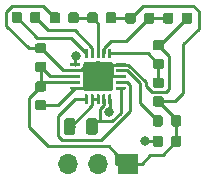
<source format=gtl>
G04 #@! TF.GenerationSoftware,KiCad,Pcbnew,(5.1.2)-1*
G04 #@! TF.CreationDate,2020-05-17T13:32:30+09:00*
G04 #@! TF.ProjectId,cs,63732e6b-6963-4616-945f-706362585858,v1.0*
G04 #@! TF.SameCoordinates,Original*
G04 #@! TF.FileFunction,Copper,L1,Top*
G04 #@! TF.FilePolarity,Positive*
%FSLAX46Y46*%
G04 Gerber Fmt 4.6, Leading zero omitted, Abs format (unit mm)*
G04 Created by KiCad (PCBNEW (5.1.2)-1) date 2020-05-17 13:32:30*
%MOMM*%
%LPD*%
G04 APERTURE LIST*
%ADD10C,0.100000*%
%ADD11C,0.250000*%
%ADD12C,0.500000*%
%ADD13C,2.500000*%
%ADD14C,0.875000*%
%ADD15C,0.975000*%
%ADD16O,1.700000X1.700000*%
%ADD17R,1.700000X1.700000*%
%ADD18C,0.800000*%
%ADD19C,0.220000*%
G04 APERTURE END LIST*
D10*
G36*
X184293626Y-80875301D02*
G01*
X184299693Y-80876201D01*
X184305643Y-80877691D01*
X184311418Y-80879758D01*
X184316962Y-80882380D01*
X184322223Y-80885533D01*
X184327150Y-80889187D01*
X184331694Y-80893306D01*
X184335813Y-80897850D01*
X184339467Y-80902777D01*
X184342620Y-80908038D01*
X184345242Y-80913582D01*
X184347309Y-80919357D01*
X184348799Y-80925307D01*
X184349699Y-80931374D01*
X184350000Y-80937500D01*
X184350000Y-81062500D01*
X184349699Y-81068626D01*
X184348799Y-81074693D01*
X184347309Y-81080643D01*
X184345242Y-81086418D01*
X184342620Y-81091962D01*
X184339467Y-81097223D01*
X184335813Y-81102150D01*
X184331694Y-81106694D01*
X184327150Y-81110813D01*
X184322223Y-81114467D01*
X184316962Y-81117620D01*
X184311418Y-81120242D01*
X184305643Y-81122309D01*
X184299693Y-81123799D01*
X184293626Y-81124699D01*
X184287500Y-81125000D01*
X183587500Y-81125000D01*
X183581374Y-81124699D01*
X183575307Y-81123799D01*
X183569357Y-81122309D01*
X183563582Y-81120242D01*
X183558038Y-81117620D01*
X183552777Y-81114467D01*
X183547850Y-81110813D01*
X183543306Y-81106694D01*
X183539187Y-81102150D01*
X183535533Y-81097223D01*
X183532380Y-81091962D01*
X183529758Y-81086418D01*
X183527691Y-81080643D01*
X183526201Y-81074693D01*
X183525301Y-81068626D01*
X183525000Y-81062500D01*
X183525000Y-80937500D01*
X183525301Y-80931374D01*
X183526201Y-80925307D01*
X183527691Y-80919357D01*
X183529758Y-80913582D01*
X183532380Y-80908038D01*
X183535533Y-80902777D01*
X183539187Y-80897850D01*
X183543306Y-80893306D01*
X183547850Y-80889187D01*
X183552777Y-80885533D01*
X183558038Y-80882380D01*
X183563582Y-80879758D01*
X183569357Y-80877691D01*
X183575307Y-80876201D01*
X183581374Y-80875301D01*
X183587500Y-80875000D01*
X184287500Y-80875000D01*
X184293626Y-80875301D01*
X184293626Y-80875301D01*
G37*
D11*
X183937500Y-81000000D03*
D10*
G36*
X184293626Y-81375301D02*
G01*
X184299693Y-81376201D01*
X184305643Y-81377691D01*
X184311418Y-81379758D01*
X184316962Y-81382380D01*
X184322223Y-81385533D01*
X184327150Y-81389187D01*
X184331694Y-81393306D01*
X184335813Y-81397850D01*
X184339467Y-81402777D01*
X184342620Y-81408038D01*
X184345242Y-81413582D01*
X184347309Y-81419357D01*
X184348799Y-81425307D01*
X184349699Y-81431374D01*
X184350000Y-81437500D01*
X184350000Y-81562500D01*
X184349699Y-81568626D01*
X184348799Y-81574693D01*
X184347309Y-81580643D01*
X184345242Y-81586418D01*
X184342620Y-81591962D01*
X184339467Y-81597223D01*
X184335813Y-81602150D01*
X184331694Y-81606694D01*
X184327150Y-81610813D01*
X184322223Y-81614467D01*
X184316962Y-81617620D01*
X184311418Y-81620242D01*
X184305643Y-81622309D01*
X184299693Y-81623799D01*
X184293626Y-81624699D01*
X184287500Y-81625000D01*
X183587500Y-81625000D01*
X183581374Y-81624699D01*
X183575307Y-81623799D01*
X183569357Y-81622309D01*
X183563582Y-81620242D01*
X183558038Y-81617620D01*
X183552777Y-81614467D01*
X183547850Y-81610813D01*
X183543306Y-81606694D01*
X183539187Y-81602150D01*
X183535533Y-81597223D01*
X183532380Y-81591962D01*
X183529758Y-81586418D01*
X183527691Y-81580643D01*
X183526201Y-81574693D01*
X183525301Y-81568626D01*
X183525000Y-81562500D01*
X183525000Y-81437500D01*
X183525301Y-81431374D01*
X183526201Y-81425307D01*
X183527691Y-81419357D01*
X183529758Y-81413582D01*
X183532380Y-81408038D01*
X183535533Y-81402777D01*
X183539187Y-81397850D01*
X183543306Y-81393306D01*
X183547850Y-81389187D01*
X183552777Y-81385533D01*
X183558038Y-81382380D01*
X183563582Y-81379758D01*
X183569357Y-81377691D01*
X183575307Y-81376201D01*
X183581374Y-81375301D01*
X183587500Y-81375000D01*
X184287500Y-81375000D01*
X184293626Y-81375301D01*
X184293626Y-81375301D01*
G37*
D11*
X183937500Y-81500000D03*
D10*
G36*
X184293626Y-81875301D02*
G01*
X184299693Y-81876201D01*
X184305643Y-81877691D01*
X184311418Y-81879758D01*
X184316962Y-81882380D01*
X184322223Y-81885533D01*
X184327150Y-81889187D01*
X184331694Y-81893306D01*
X184335813Y-81897850D01*
X184339467Y-81902777D01*
X184342620Y-81908038D01*
X184345242Y-81913582D01*
X184347309Y-81919357D01*
X184348799Y-81925307D01*
X184349699Y-81931374D01*
X184350000Y-81937500D01*
X184350000Y-82062500D01*
X184349699Y-82068626D01*
X184348799Y-82074693D01*
X184347309Y-82080643D01*
X184345242Y-82086418D01*
X184342620Y-82091962D01*
X184339467Y-82097223D01*
X184335813Y-82102150D01*
X184331694Y-82106694D01*
X184327150Y-82110813D01*
X184322223Y-82114467D01*
X184316962Y-82117620D01*
X184311418Y-82120242D01*
X184305643Y-82122309D01*
X184299693Y-82123799D01*
X184293626Y-82124699D01*
X184287500Y-82125000D01*
X183587500Y-82125000D01*
X183581374Y-82124699D01*
X183575307Y-82123799D01*
X183569357Y-82122309D01*
X183563582Y-82120242D01*
X183558038Y-82117620D01*
X183552777Y-82114467D01*
X183547850Y-82110813D01*
X183543306Y-82106694D01*
X183539187Y-82102150D01*
X183535533Y-82097223D01*
X183532380Y-82091962D01*
X183529758Y-82086418D01*
X183527691Y-82080643D01*
X183526201Y-82074693D01*
X183525301Y-82068626D01*
X183525000Y-82062500D01*
X183525000Y-81937500D01*
X183525301Y-81931374D01*
X183526201Y-81925307D01*
X183527691Y-81919357D01*
X183529758Y-81913582D01*
X183532380Y-81908038D01*
X183535533Y-81902777D01*
X183539187Y-81897850D01*
X183543306Y-81893306D01*
X183547850Y-81889187D01*
X183552777Y-81885533D01*
X183558038Y-81882380D01*
X183563582Y-81879758D01*
X183569357Y-81877691D01*
X183575307Y-81876201D01*
X183581374Y-81875301D01*
X183587500Y-81875000D01*
X184287500Y-81875000D01*
X184293626Y-81875301D01*
X184293626Y-81875301D01*
G37*
D11*
X183937500Y-82000000D03*
D10*
G36*
X184293626Y-82375301D02*
G01*
X184299693Y-82376201D01*
X184305643Y-82377691D01*
X184311418Y-82379758D01*
X184316962Y-82382380D01*
X184322223Y-82385533D01*
X184327150Y-82389187D01*
X184331694Y-82393306D01*
X184335813Y-82397850D01*
X184339467Y-82402777D01*
X184342620Y-82408038D01*
X184345242Y-82413582D01*
X184347309Y-82419357D01*
X184348799Y-82425307D01*
X184349699Y-82431374D01*
X184350000Y-82437500D01*
X184350000Y-82562500D01*
X184349699Y-82568626D01*
X184348799Y-82574693D01*
X184347309Y-82580643D01*
X184345242Y-82586418D01*
X184342620Y-82591962D01*
X184339467Y-82597223D01*
X184335813Y-82602150D01*
X184331694Y-82606694D01*
X184327150Y-82610813D01*
X184322223Y-82614467D01*
X184316962Y-82617620D01*
X184311418Y-82620242D01*
X184305643Y-82622309D01*
X184299693Y-82623799D01*
X184293626Y-82624699D01*
X184287500Y-82625000D01*
X183587500Y-82625000D01*
X183581374Y-82624699D01*
X183575307Y-82623799D01*
X183569357Y-82622309D01*
X183563582Y-82620242D01*
X183558038Y-82617620D01*
X183552777Y-82614467D01*
X183547850Y-82610813D01*
X183543306Y-82606694D01*
X183539187Y-82602150D01*
X183535533Y-82597223D01*
X183532380Y-82591962D01*
X183529758Y-82586418D01*
X183527691Y-82580643D01*
X183526201Y-82574693D01*
X183525301Y-82568626D01*
X183525000Y-82562500D01*
X183525000Y-82437500D01*
X183525301Y-82431374D01*
X183526201Y-82425307D01*
X183527691Y-82419357D01*
X183529758Y-82413582D01*
X183532380Y-82408038D01*
X183535533Y-82402777D01*
X183539187Y-82397850D01*
X183543306Y-82393306D01*
X183547850Y-82389187D01*
X183552777Y-82385533D01*
X183558038Y-82382380D01*
X183563582Y-82379758D01*
X183569357Y-82377691D01*
X183575307Y-82376201D01*
X183581374Y-82375301D01*
X183587500Y-82375000D01*
X184287500Y-82375000D01*
X184293626Y-82375301D01*
X184293626Y-82375301D01*
G37*
D11*
X183937500Y-82500000D03*
D10*
G36*
X184293626Y-82875301D02*
G01*
X184299693Y-82876201D01*
X184305643Y-82877691D01*
X184311418Y-82879758D01*
X184316962Y-82882380D01*
X184322223Y-82885533D01*
X184327150Y-82889187D01*
X184331694Y-82893306D01*
X184335813Y-82897850D01*
X184339467Y-82902777D01*
X184342620Y-82908038D01*
X184345242Y-82913582D01*
X184347309Y-82919357D01*
X184348799Y-82925307D01*
X184349699Y-82931374D01*
X184350000Y-82937500D01*
X184350000Y-83062500D01*
X184349699Y-83068626D01*
X184348799Y-83074693D01*
X184347309Y-83080643D01*
X184345242Y-83086418D01*
X184342620Y-83091962D01*
X184339467Y-83097223D01*
X184335813Y-83102150D01*
X184331694Y-83106694D01*
X184327150Y-83110813D01*
X184322223Y-83114467D01*
X184316962Y-83117620D01*
X184311418Y-83120242D01*
X184305643Y-83122309D01*
X184299693Y-83123799D01*
X184293626Y-83124699D01*
X184287500Y-83125000D01*
X183587500Y-83125000D01*
X183581374Y-83124699D01*
X183575307Y-83123799D01*
X183569357Y-83122309D01*
X183563582Y-83120242D01*
X183558038Y-83117620D01*
X183552777Y-83114467D01*
X183547850Y-83110813D01*
X183543306Y-83106694D01*
X183539187Y-83102150D01*
X183535533Y-83097223D01*
X183532380Y-83091962D01*
X183529758Y-83086418D01*
X183527691Y-83080643D01*
X183526201Y-83074693D01*
X183525301Y-83068626D01*
X183525000Y-83062500D01*
X183525000Y-82937500D01*
X183525301Y-82931374D01*
X183526201Y-82925307D01*
X183527691Y-82919357D01*
X183529758Y-82913582D01*
X183532380Y-82908038D01*
X183535533Y-82902777D01*
X183539187Y-82897850D01*
X183543306Y-82893306D01*
X183547850Y-82889187D01*
X183552777Y-82885533D01*
X183558038Y-82882380D01*
X183563582Y-82879758D01*
X183569357Y-82877691D01*
X183575307Y-82876201D01*
X183581374Y-82875301D01*
X183587500Y-82875000D01*
X184287500Y-82875000D01*
X184293626Y-82875301D01*
X184293626Y-82875301D01*
G37*
D11*
X183937500Y-83000000D03*
D10*
G36*
X183068626Y-83525301D02*
G01*
X183074693Y-83526201D01*
X183080643Y-83527691D01*
X183086418Y-83529758D01*
X183091962Y-83532380D01*
X183097223Y-83535533D01*
X183102150Y-83539187D01*
X183106694Y-83543306D01*
X183110813Y-83547850D01*
X183114467Y-83552777D01*
X183117620Y-83558038D01*
X183120242Y-83563582D01*
X183122309Y-83569357D01*
X183123799Y-83575307D01*
X183124699Y-83581374D01*
X183125000Y-83587500D01*
X183125000Y-84287500D01*
X183124699Y-84293626D01*
X183123799Y-84299693D01*
X183122309Y-84305643D01*
X183120242Y-84311418D01*
X183117620Y-84316962D01*
X183114467Y-84322223D01*
X183110813Y-84327150D01*
X183106694Y-84331694D01*
X183102150Y-84335813D01*
X183097223Y-84339467D01*
X183091962Y-84342620D01*
X183086418Y-84345242D01*
X183080643Y-84347309D01*
X183074693Y-84348799D01*
X183068626Y-84349699D01*
X183062500Y-84350000D01*
X182937500Y-84350000D01*
X182931374Y-84349699D01*
X182925307Y-84348799D01*
X182919357Y-84347309D01*
X182913582Y-84345242D01*
X182908038Y-84342620D01*
X182902777Y-84339467D01*
X182897850Y-84335813D01*
X182893306Y-84331694D01*
X182889187Y-84327150D01*
X182885533Y-84322223D01*
X182882380Y-84316962D01*
X182879758Y-84311418D01*
X182877691Y-84305643D01*
X182876201Y-84299693D01*
X182875301Y-84293626D01*
X182875000Y-84287500D01*
X182875000Y-83587500D01*
X182875301Y-83581374D01*
X182876201Y-83575307D01*
X182877691Y-83569357D01*
X182879758Y-83563582D01*
X182882380Y-83558038D01*
X182885533Y-83552777D01*
X182889187Y-83547850D01*
X182893306Y-83543306D01*
X182897850Y-83539187D01*
X182902777Y-83535533D01*
X182908038Y-83532380D01*
X182913582Y-83529758D01*
X182919357Y-83527691D01*
X182925307Y-83526201D01*
X182931374Y-83525301D01*
X182937500Y-83525000D01*
X183062500Y-83525000D01*
X183068626Y-83525301D01*
X183068626Y-83525301D01*
G37*
D11*
X183000000Y-83937500D03*
D10*
G36*
X182568626Y-83525301D02*
G01*
X182574693Y-83526201D01*
X182580643Y-83527691D01*
X182586418Y-83529758D01*
X182591962Y-83532380D01*
X182597223Y-83535533D01*
X182602150Y-83539187D01*
X182606694Y-83543306D01*
X182610813Y-83547850D01*
X182614467Y-83552777D01*
X182617620Y-83558038D01*
X182620242Y-83563582D01*
X182622309Y-83569357D01*
X182623799Y-83575307D01*
X182624699Y-83581374D01*
X182625000Y-83587500D01*
X182625000Y-84287500D01*
X182624699Y-84293626D01*
X182623799Y-84299693D01*
X182622309Y-84305643D01*
X182620242Y-84311418D01*
X182617620Y-84316962D01*
X182614467Y-84322223D01*
X182610813Y-84327150D01*
X182606694Y-84331694D01*
X182602150Y-84335813D01*
X182597223Y-84339467D01*
X182591962Y-84342620D01*
X182586418Y-84345242D01*
X182580643Y-84347309D01*
X182574693Y-84348799D01*
X182568626Y-84349699D01*
X182562500Y-84350000D01*
X182437500Y-84350000D01*
X182431374Y-84349699D01*
X182425307Y-84348799D01*
X182419357Y-84347309D01*
X182413582Y-84345242D01*
X182408038Y-84342620D01*
X182402777Y-84339467D01*
X182397850Y-84335813D01*
X182393306Y-84331694D01*
X182389187Y-84327150D01*
X182385533Y-84322223D01*
X182382380Y-84316962D01*
X182379758Y-84311418D01*
X182377691Y-84305643D01*
X182376201Y-84299693D01*
X182375301Y-84293626D01*
X182375000Y-84287500D01*
X182375000Y-83587500D01*
X182375301Y-83581374D01*
X182376201Y-83575307D01*
X182377691Y-83569357D01*
X182379758Y-83563582D01*
X182382380Y-83558038D01*
X182385533Y-83552777D01*
X182389187Y-83547850D01*
X182393306Y-83543306D01*
X182397850Y-83539187D01*
X182402777Y-83535533D01*
X182408038Y-83532380D01*
X182413582Y-83529758D01*
X182419357Y-83527691D01*
X182425307Y-83526201D01*
X182431374Y-83525301D01*
X182437500Y-83525000D01*
X182562500Y-83525000D01*
X182568626Y-83525301D01*
X182568626Y-83525301D01*
G37*
D11*
X182500000Y-83937500D03*
D10*
G36*
X182068626Y-83525301D02*
G01*
X182074693Y-83526201D01*
X182080643Y-83527691D01*
X182086418Y-83529758D01*
X182091962Y-83532380D01*
X182097223Y-83535533D01*
X182102150Y-83539187D01*
X182106694Y-83543306D01*
X182110813Y-83547850D01*
X182114467Y-83552777D01*
X182117620Y-83558038D01*
X182120242Y-83563582D01*
X182122309Y-83569357D01*
X182123799Y-83575307D01*
X182124699Y-83581374D01*
X182125000Y-83587500D01*
X182125000Y-84287500D01*
X182124699Y-84293626D01*
X182123799Y-84299693D01*
X182122309Y-84305643D01*
X182120242Y-84311418D01*
X182117620Y-84316962D01*
X182114467Y-84322223D01*
X182110813Y-84327150D01*
X182106694Y-84331694D01*
X182102150Y-84335813D01*
X182097223Y-84339467D01*
X182091962Y-84342620D01*
X182086418Y-84345242D01*
X182080643Y-84347309D01*
X182074693Y-84348799D01*
X182068626Y-84349699D01*
X182062500Y-84350000D01*
X181937500Y-84350000D01*
X181931374Y-84349699D01*
X181925307Y-84348799D01*
X181919357Y-84347309D01*
X181913582Y-84345242D01*
X181908038Y-84342620D01*
X181902777Y-84339467D01*
X181897850Y-84335813D01*
X181893306Y-84331694D01*
X181889187Y-84327150D01*
X181885533Y-84322223D01*
X181882380Y-84316962D01*
X181879758Y-84311418D01*
X181877691Y-84305643D01*
X181876201Y-84299693D01*
X181875301Y-84293626D01*
X181875000Y-84287500D01*
X181875000Y-83587500D01*
X181875301Y-83581374D01*
X181876201Y-83575307D01*
X181877691Y-83569357D01*
X181879758Y-83563582D01*
X181882380Y-83558038D01*
X181885533Y-83552777D01*
X181889187Y-83547850D01*
X181893306Y-83543306D01*
X181897850Y-83539187D01*
X181902777Y-83535533D01*
X181908038Y-83532380D01*
X181913582Y-83529758D01*
X181919357Y-83527691D01*
X181925307Y-83526201D01*
X181931374Y-83525301D01*
X181937500Y-83525000D01*
X182062500Y-83525000D01*
X182068626Y-83525301D01*
X182068626Y-83525301D01*
G37*
D11*
X182000000Y-83937500D03*
D10*
G36*
X181568626Y-83525301D02*
G01*
X181574693Y-83526201D01*
X181580643Y-83527691D01*
X181586418Y-83529758D01*
X181591962Y-83532380D01*
X181597223Y-83535533D01*
X181602150Y-83539187D01*
X181606694Y-83543306D01*
X181610813Y-83547850D01*
X181614467Y-83552777D01*
X181617620Y-83558038D01*
X181620242Y-83563582D01*
X181622309Y-83569357D01*
X181623799Y-83575307D01*
X181624699Y-83581374D01*
X181625000Y-83587500D01*
X181625000Y-84287500D01*
X181624699Y-84293626D01*
X181623799Y-84299693D01*
X181622309Y-84305643D01*
X181620242Y-84311418D01*
X181617620Y-84316962D01*
X181614467Y-84322223D01*
X181610813Y-84327150D01*
X181606694Y-84331694D01*
X181602150Y-84335813D01*
X181597223Y-84339467D01*
X181591962Y-84342620D01*
X181586418Y-84345242D01*
X181580643Y-84347309D01*
X181574693Y-84348799D01*
X181568626Y-84349699D01*
X181562500Y-84350000D01*
X181437500Y-84350000D01*
X181431374Y-84349699D01*
X181425307Y-84348799D01*
X181419357Y-84347309D01*
X181413582Y-84345242D01*
X181408038Y-84342620D01*
X181402777Y-84339467D01*
X181397850Y-84335813D01*
X181393306Y-84331694D01*
X181389187Y-84327150D01*
X181385533Y-84322223D01*
X181382380Y-84316962D01*
X181379758Y-84311418D01*
X181377691Y-84305643D01*
X181376201Y-84299693D01*
X181375301Y-84293626D01*
X181375000Y-84287500D01*
X181375000Y-83587500D01*
X181375301Y-83581374D01*
X181376201Y-83575307D01*
X181377691Y-83569357D01*
X181379758Y-83563582D01*
X181382380Y-83558038D01*
X181385533Y-83552777D01*
X181389187Y-83547850D01*
X181393306Y-83543306D01*
X181397850Y-83539187D01*
X181402777Y-83535533D01*
X181408038Y-83532380D01*
X181413582Y-83529758D01*
X181419357Y-83527691D01*
X181425307Y-83526201D01*
X181431374Y-83525301D01*
X181437500Y-83525000D01*
X181562500Y-83525000D01*
X181568626Y-83525301D01*
X181568626Y-83525301D01*
G37*
D11*
X181500000Y-83937500D03*
D10*
G36*
X181068626Y-83525301D02*
G01*
X181074693Y-83526201D01*
X181080643Y-83527691D01*
X181086418Y-83529758D01*
X181091962Y-83532380D01*
X181097223Y-83535533D01*
X181102150Y-83539187D01*
X181106694Y-83543306D01*
X181110813Y-83547850D01*
X181114467Y-83552777D01*
X181117620Y-83558038D01*
X181120242Y-83563582D01*
X181122309Y-83569357D01*
X181123799Y-83575307D01*
X181124699Y-83581374D01*
X181125000Y-83587500D01*
X181125000Y-84287500D01*
X181124699Y-84293626D01*
X181123799Y-84299693D01*
X181122309Y-84305643D01*
X181120242Y-84311418D01*
X181117620Y-84316962D01*
X181114467Y-84322223D01*
X181110813Y-84327150D01*
X181106694Y-84331694D01*
X181102150Y-84335813D01*
X181097223Y-84339467D01*
X181091962Y-84342620D01*
X181086418Y-84345242D01*
X181080643Y-84347309D01*
X181074693Y-84348799D01*
X181068626Y-84349699D01*
X181062500Y-84350000D01*
X180937500Y-84350000D01*
X180931374Y-84349699D01*
X180925307Y-84348799D01*
X180919357Y-84347309D01*
X180913582Y-84345242D01*
X180908038Y-84342620D01*
X180902777Y-84339467D01*
X180897850Y-84335813D01*
X180893306Y-84331694D01*
X180889187Y-84327150D01*
X180885533Y-84322223D01*
X180882380Y-84316962D01*
X180879758Y-84311418D01*
X180877691Y-84305643D01*
X180876201Y-84299693D01*
X180875301Y-84293626D01*
X180875000Y-84287500D01*
X180875000Y-83587500D01*
X180875301Y-83581374D01*
X180876201Y-83575307D01*
X180877691Y-83569357D01*
X180879758Y-83563582D01*
X180882380Y-83558038D01*
X180885533Y-83552777D01*
X180889187Y-83547850D01*
X180893306Y-83543306D01*
X180897850Y-83539187D01*
X180902777Y-83535533D01*
X180908038Y-83532380D01*
X180913582Y-83529758D01*
X180919357Y-83527691D01*
X180925307Y-83526201D01*
X180931374Y-83525301D01*
X180937500Y-83525000D01*
X181062500Y-83525000D01*
X181068626Y-83525301D01*
X181068626Y-83525301D01*
G37*
D11*
X181000000Y-83937500D03*
D10*
G36*
X180418626Y-82875301D02*
G01*
X180424693Y-82876201D01*
X180430643Y-82877691D01*
X180436418Y-82879758D01*
X180441962Y-82882380D01*
X180447223Y-82885533D01*
X180452150Y-82889187D01*
X180456694Y-82893306D01*
X180460813Y-82897850D01*
X180464467Y-82902777D01*
X180467620Y-82908038D01*
X180470242Y-82913582D01*
X180472309Y-82919357D01*
X180473799Y-82925307D01*
X180474699Y-82931374D01*
X180475000Y-82937500D01*
X180475000Y-83062500D01*
X180474699Y-83068626D01*
X180473799Y-83074693D01*
X180472309Y-83080643D01*
X180470242Y-83086418D01*
X180467620Y-83091962D01*
X180464467Y-83097223D01*
X180460813Y-83102150D01*
X180456694Y-83106694D01*
X180452150Y-83110813D01*
X180447223Y-83114467D01*
X180441962Y-83117620D01*
X180436418Y-83120242D01*
X180430643Y-83122309D01*
X180424693Y-83123799D01*
X180418626Y-83124699D01*
X180412500Y-83125000D01*
X179712500Y-83125000D01*
X179706374Y-83124699D01*
X179700307Y-83123799D01*
X179694357Y-83122309D01*
X179688582Y-83120242D01*
X179683038Y-83117620D01*
X179677777Y-83114467D01*
X179672850Y-83110813D01*
X179668306Y-83106694D01*
X179664187Y-83102150D01*
X179660533Y-83097223D01*
X179657380Y-83091962D01*
X179654758Y-83086418D01*
X179652691Y-83080643D01*
X179651201Y-83074693D01*
X179650301Y-83068626D01*
X179650000Y-83062500D01*
X179650000Y-82937500D01*
X179650301Y-82931374D01*
X179651201Y-82925307D01*
X179652691Y-82919357D01*
X179654758Y-82913582D01*
X179657380Y-82908038D01*
X179660533Y-82902777D01*
X179664187Y-82897850D01*
X179668306Y-82893306D01*
X179672850Y-82889187D01*
X179677777Y-82885533D01*
X179683038Y-82882380D01*
X179688582Y-82879758D01*
X179694357Y-82877691D01*
X179700307Y-82876201D01*
X179706374Y-82875301D01*
X179712500Y-82875000D01*
X180412500Y-82875000D01*
X180418626Y-82875301D01*
X180418626Y-82875301D01*
G37*
D11*
X180062500Y-83000000D03*
D10*
G36*
X180418626Y-82375301D02*
G01*
X180424693Y-82376201D01*
X180430643Y-82377691D01*
X180436418Y-82379758D01*
X180441962Y-82382380D01*
X180447223Y-82385533D01*
X180452150Y-82389187D01*
X180456694Y-82393306D01*
X180460813Y-82397850D01*
X180464467Y-82402777D01*
X180467620Y-82408038D01*
X180470242Y-82413582D01*
X180472309Y-82419357D01*
X180473799Y-82425307D01*
X180474699Y-82431374D01*
X180475000Y-82437500D01*
X180475000Y-82562500D01*
X180474699Y-82568626D01*
X180473799Y-82574693D01*
X180472309Y-82580643D01*
X180470242Y-82586418D01*
X180467620Y-82591962D01*
X180464467Y-82597223D01*
X180460813Y-82602150D01*
X180456694Y-82606694D01*
X180452150Y-82610813D01*
X180447223Y-82614467D01*
X180441962Y-82617620D01*
X180436418Y-82620242D01*
X180430643Y-82622309D01*
X180424693Y-82623799D01*
X180418626Y-82624699D01*
X180412500Y-82625000D01*
X179712500Y-82625000D01*
X179706374Y-82624699D01*
X179700307Y-82623799D01*
X179694357Y-82622309D01*
X179688582Y-82620242D01*
X179683038Y-82617620D01*
X179677777Y-82614467D01*
X179672850Y-82610813D01*
X179668306Y-82606694D01*
X179664187Y-82602150D01*
X179660533Y-82597223D01*
X179657380Y-82591962D01*
X179654758Y-82586418D01*
X179652691Y-82580643D01*
X179651201Y-82574693D01*
X179650301Y-82568626D01*
X179650000Y-82562500D01*
X179650000Y-82437500D01*
X179650301Y-82431374D01*
X179651201Y-82425307D01*
X179652691Y-82419357D01*
X179654758Y-82413582D01*
X179657380Y-82408038D01*
X179660533Y-82402777D01*
X179664187Y-82397850D01*
X179668306Y-82393306D01*
X179672850Y-82389187D01*
X179677777Y-82385533D01*
X179683038Y-82382380D01*
X179688582Y-82379758D01*
X179694357Y-82377691D01*
X179700307Y-82376201D01*
X179706374Y-82375301D01*
X179712500Y-82375000D01*
X180412500Y-82375000D01*
X180418626Y-82375301D01*
X180418626Y-82375301D01*
G37*
D11*
X180062500Y-82500000D03*
D10*
G36*
X180418626Y-81875301D02*
G01*
X180424693Y-81876201D01*
X180430643Y-81877691D01*
X180436418Y-81879758D01*
X180441962Y-81882380D01*
X180447223Y-81885533D01*
X180452150Y-81889187D01*
X180456694Y-81893306D01*
X180460813Y-81897850D01*
X180464467Y-81902777D01*
X180467620Y-81908038D01*
X180470242Y-81913582D01*
X180472309Y-81919357D01*
X180473799Y-81925307D01*
X180474699Y-81931374D01*
X180475000Y-81937500D01*
X180475000Y-82062500D01*
X180474699Y-82068626D01*
X180473799Y-82074693D01*
X180472309Y-82080643D01*
X180470242Y-82086418D01*
X180467620Y-82091962D01*
X180464467Y-82097223D01*
X180460813Y-82102150D01*
X180456694Y-82106694D01*
X180452150Y-82110813D01*
X180447223Y-82114467D01*
X180441962Y-82117620D01*
X180436418Y-82120242D01*
X180430643Y-82122309D01*
X180424693Y-82123799D01*
X180418626Y-82124699D01*
X180412500Y-82125000D01*
X179712500Y-82125000D01*
X179706374Y-82124699D01*
X179700307Y-82123799D01*
X179694357Y-82122309D01*
X179688582Y-82120242D01*
X179683038Y-82117620D01*
X179677777Y-82114467D01*
X179672850Y-82110813D01*
X179668306Y-82106694D01*
X179664187Y-82102150D01*
X179660533Y-82097223D01*
X179657380Y-82091962D01*
X179654758Y-82086418D01*
X179652691Y-82080643D01*
X179651201Y-82074693D01*
X179650301Y-82068626D01*
X179650000Y-82062500D01*
X179650000Y-81937500D01*
X179650301Y-81931374D01*
X179651201Y-81925307D01*
X179652691Y-81919357D01*
X179654758Y-81913582D01*
X179657380Y-81908038D01*
X179660533Y-81902777D01*
X179664187Y-81897850D01*
X179668306Y-81893306D01*
X179672850Y-81889187D01*
X179677777Y-81885533D01*
X179683038Y-81882380D01*
X179688582Y-81879758D01*
X179694357Y-81877691D01*
X179700307Y-81876201D01*
X179706374Y-81875301D01*
X179712500Y-81875000D01*
X180412500Y-81875000D01*
X180418626Y-81875301D01*
X180418626Y-81875301D01*
G37*
D11*
X180062500Y-82000000D03*
D10*
G36*
X180418626Y-81375301D02*
G01*
X180424693Y-81376201D01*
X180430643Y-81377691D01*
X180436418Y-81379758D01*
X180441962Y-81382380D01*
X180447223Y-81385533D01*
X180452150Y-81389187D01*
X180456694Y-81393306D01*
X180460813Y-81397850D01*
X180464467Y-81402777D01*
X180467620Y-81408038D01*
X180470242Y-81413582D01*
X180472309Y-81419357D01*
X180473799Y-81425307D01*
X180474699Y-81431374D01*
X180475000Y-81437500D01*
X180475000Y-81562500D01*
X180474699Y-81568626D01*
X180473799Y-81574693D01*
X180472309Y-81580643D01*
X180470242Y-81586418D01*
X180467620Y-81591962D01*
X180464467Y-81597223D01*
X180460813Y-81602150D01*
X180456694Y-81606694D01*
X180452150Y-81610813D01*
X180447223Y-81614467D01*
X180441962Y-81617620D01*
X180436418Y-81620242D01*
X180430643Y-81622309D01*
X180424693Y-81623799D01*
X180418626Y-81624699D01*
X180412500Y-81625000D01*
X179712500Y-81625000D01*
X179706374Y-81624699D01*
X179700307Y-81623799D01*
X179694357Y-81622309D01*
X179688582Y-81620242D01*
X179683038Y-81617620D01*
X179677777Y-81614467D01*
X179672850Y-81610813D01*
X179668306Y-81606694D01*
X179664187Y-81602150D01*
X179660533Y-81597223D01*
X179657380Y-81591962D01*
X179654758Y-81586418D01*
X179652691Y-81580643D01*
X179651201Y-81574693D01*
X179650301Y-81568626D01*
X179650000Y-81562500D01*
X179650000Y-81437500D01*
X179650301Y-81431374D01*
X179651201Y-81425307D01*
X179652691Y-81419357D01*
X179654758Y-81413582D01*
X179657380Y-81408038D01*
X179660533Y-81402777D01*
X179664187Y-81397850D01*
X179668306Y-81393306D01*
X179672850Y-81389187D01*
X179677777Y-81385533D01*
X179683038Y-81382380D01*
X179688582Y-81379758D01*
X179694357Y-81377691D01*
X179700307Y-81376201D01*
X179706374Y-81375301D01*
X179712500Y-81375000D01*
X180412500Y-81375000D01*
X180418626Y-81375301D01*
X180418626Y-81375301D01*
G37*
D11*
X180062500Y-81500000D03*
D10*
G36*
X180418626Y-80875301D02*
G01*
X180424693Y-80876201D01*
X180430643Y-80877691D01*
X180436418Y-80879758D01*
X180441962Y-80882380D01*
X180447223Y-80885533D01*
X180452150Y-80889187D01*
X180456694Y-80893306D01*
X180460813Y-80897850D01*
X180464467Y-80902777D01*
X180467620Y-80908038D01*
X180470242Y-80913582D01*
X180472309Y-80919357D01*
X180473799Y-80925307D01*
X180474699Y-80931374D01*
X180475000Y-80937500D01*
X180475000Y-81062500D01*
X180474699Y-81068626D01*
X180473799Y-81074693D01*
X180472309Y-81080643D01*
X180470242Y-81086418D01*
X180467620Y-81091962D01*
X180464467Y-81097223D01*
X180460813Y-81102150D01*
X180456694Y-81106694D01*
X180452150Y-81110813D01*
X180447223Y-81114467D01*
X180441962Y-81117620D01*
X180436418Y-81120242D01*
X180430643Y-81122309D01*
X180424693Y-81123799D01*
X180418626Y-81124699D01*
X180412500Y-81125000D01*
X179712500Y-81125000D01*
X179706374Y-81124699D01*
X179700307Y-81123799D01*
X179694357Y-81122309D01*
X179688582Y-81120242D01*
X179683038Y-81117620D01*
X179677777Y-81114467D01*
X179672850Y-81110813D01*
X179668306Y-81106694D01*
X179664187Y-81102150D01*
X179660533Y-81097223D01*
X179657380Y-81091962D01*
X179654758Y-81086418D01*
X179652691Y-81080643D01*
X179651201Y-81074693D01*
X179650301Y-81068626D01*
X179650000Y-81062500D01*
X179650000Y-80937500D01*
X179650301Y-80931374D01*
X179651201Y-80925307D01*
X179652691Y-80919357D01*
X179654758Y-80913582D01*
X179657380Y-80908038D01*
X179660533Y-80902777D01*
X179664187Y-80897850D01*
X179668306Y-80893306D01*
X179672850Y-80889187D01*
X179677777Y-80885533D01*
X179683038Y-80882380D01*
X179688582Y-80879758D01*
X179694357Y-80877691D01*
X179700307Y-80876201D01*
X179706374Y-80875301D01*
X179712500Y-80875000D01*
X180412500Y-80875000D01*
X180418626Y-80875301D01*
X180418626Y-80875301D01*
G37*
D11*
X180062500Y-81000000D03*
D10*
G36*
X181068626Y-79650301D02*
G01*
X181074693Y-79651201D01*
X181080643Y-79652691D01*
X181086418Y-79654758D01*
X181091962Y-79657380D01*
X181097223Y-79660533D01*
X181102150Y-79664187D01*
X181106694Y-79668306D01*
X181110813Y-79672850D01*
X181114467Y-79677777D01*
X181117620Y-79683038D01*
X181120242Y-79688582D01*
X181122309Y-79694357D01*
X181123799Y-79700307D01*
X181124699Y-79706374D01*
X181125000Y-79712500D01*
X181125000Y-80412500D01*
X181124699Y-80418626D01*
X181123799Y-80424693D01*
X181122309Y-80430643D01*
X181120242Y-80436418D01*
X181117620Y-80441962D01*
X181114467Y-80447223D01*
X181110813Y-80452150D01*
X181106694Y-80456694D01*
X181102150Y-80460813D01*
X181097223Y-80464467D01*
X181091962Y-80467620D01*
X181086418Y-80470242D01*
X181080643Y-80472309D01*
X181074693Y-80473799D01*
X181068626Y-80474699D01*
X181062500Y-80475000D01*
X180937500Y-80475000D01*
X180931374Y-80474699D01*
X180925307Y-80473799D01*
X180919357Y-80472309D01*
X180913582Y-80470242D01*
X180908038Y-80467620D01*
X180902777Y-80464467D01*
X180897850Y-80460813D01*
X180893306Y-80456694D01*
X180889187Y-80452150D01*
X180885533Y-80447223D01*
X180882380Y-80441962D01*
X180879758Y-80436418D01*
X180877691Y-80430643D01*
X180876201Y-80424693D01*
X180875301Y-80418626D01*
X180875000Y-80412500D01*
X180875000Y-79712500D01*
X180875301Y-79706374D01*
X180876201Y-79700307D01*
X180877691Y-79694357D01*
X180879758Y-79688582D01*
X180882380Y-79683038D01*
X180885533Y-79677777D01*
X180889187Y-79672850D01*
X180893306Y-79668306D01*
X180897850Y-79664187D01*
X180902777Y-79660533D01*
X180908038Y-79657380D01*
X180913582Y-79654758D01*
X180919357Y-79652691D01*
X180925307Y-79651201D01*
X180931374Y-79650301D01*
X180937500Y-79650000D01*
X181062500Y-79650000D01*
X181068626Y-79650301D01*
X181068626Y-79650301D01*
G37*
D11*
X181000000Y-80062500D03*
D10*
G36*
X181568626Y-79650301D02*
G01*
X181574693Y-79651201D01*
X181580643Y-79652691D01*
X181586418Y-79654758D01*
X181591962Y-79657380D01*
X181597223Y-79660533D01*
X181602150Y-79664187D01*
X181606694Y-79668306D01*
X181610813Y-79672850D01*
X181614467Y-79677777D01*
X181617620Y-79683038D01*
X181620242Y-79688582D01*
X181622309Y-79694357D01*
X181623799Y-79700307D01*
X181624699Y-79706374D01*
X181625000Y-79712500D01*
X181625000Y-80412500D01*
X181624699Y-80418626D01*
X181623799Y-80424693D01*
X181622309Y-80430643D01*
X181620242Y-80436418D01*
X181617620Y-80441962D01*
X181614467Y-80447223D01*
X181610813Y-80452150D01*
X181606694Y-80456694D01*
X181602150Y-80460813D01*
X181597223Y-80464467D01*
X181591962Y-80467620D01*
X181586418Y-80470242D01*
X181580643Y-80472309D01*
X181574693Y-80473799D01*
X181568626Y-80474699D01*
X181562500Y-80475000D01*
X181437500Y-80475000D01*
X181431374Y-80474699D01*
X181425307Y-80473799D01*
X181419357Y-80472309D01*
X181413582Y-80470242D01*
X181408038Y-80467620D01*
X181402777Y-80464467D01*
X181397850Y-80460813D01*
X181393306Y-80456694D01*
X181389187Y-80452150D01*
X181385533Y-80447223D01*
X181382380Y-80441962D01*
X181379758Y-80436418D01*
X181377691Y-80430643D01*
X181376201Y-80424693D01*
X181375301Y-80418626D01*
X181375000Y-80412500D01*
X181375000Y-79712500D01*
X181375301Y-79706374D01*
X181376201Y-79700307D01*
X181377691Y-79694357D01*
X181379758Y-79688582D01*
X181382380Y-79683038D01*
X181385533Y-79677777D01*
X181389187Y-79672850D01*
X181393306Y-79668306D01*
X181397850Y-79664187D01*
X181402777Y-79660533D01*
X181408038Y-79657380D01*
X181413582Y-79654758D01*
X181419357Y-79652691D01*
X181425307Y-79651201D01*
X181431374Y-79650301D01*
X181437500Y-79650000D01*
X181562500Y-79650000D01*
X181568626Y-79650301D01*
X181568626Y-79650301D01*
G37*
D11*
X181500000Y-80062500D03*
D10*
G36*
X182068626Y-79650301D02*
G01*
X182074693Y-79651201D01*
X182080643Y-79652691D01*
X182086418Y-79654758D01*
X182091962Y-79657380D01*
X182097223Y-79660533D01*
X182102150Y-79664187D01*
X182106694Y-79668306D01*
X182110813Y-79672850D01*
X182114467Y-79677777D01*
X182117620Y-79683038D01*
X182120242Y-79688582D01*
X182122309Y-79694357D01*
X182123799Y-79700307D01*
X182124699Y-79706374D01*
X182125000Y-79712500D01*
X182125000Y-80412500D01*
X182124699Y-80418626D01*
X182123799Y-80424693D01*
X182122309Y-80430643D01*
X182120242Y-80436418D01*
X182117620Y-80441962D01*
X182114467Y-80447223D01*
X182110813Y-80452150D01*
X182106694Y-80456694D01*
X182102150Y-80460813D01*
X182097223Y-80464467D01*
X182091962Y-80467620D01*
X182086418Y-80470242D01*
X182080643Y-80472309D01*
X182074693Y-80473799D01*
X182068626Y-80474699D01*
X182062500Y-80475000D01*
X181937500Y-80475000D01*
X181931374Y-80474699D01*
X181925307Y-80473799D01*
X181919357Y-80472309D01*
X181913582Y-80470242D01*
X181908038Y-80467620D01*
X181902777Y-80464467D01*
X181897850Y-80460813D01*
X181893306Y-80456694D01*
X181889187Y-80452150D01*
X181885533Y-80447223D01*
X181882380Y-80441962D01*
X181879758Y-80436418D01*
X181877691Y-80430643D01*
X181876201Y-80424693D01*
X181875301Y-80418626D01*
X181875000Y-80412500D01*
X181875000Y-79712500D01*
X181875301Y-79706374D01*
X181876201Y-79700307D01*
X181877691Y-79694357D01*
X181879758Y-79688582D01*
X181882380Y-79683038D01*
X181885533Y-79677777D01*
X181889187Y-79672850D01*
X181893306Y-79668306D01*
X181897850Y-79664187D01*
X181902777Y-79660533D01*
X181908038Y-79657380D01*
X181913582Y-79654758D01*
X181919357Y-79652691D01*
X181925307Y-79651201D01*
X181931374Y-79650301D01*
X181937500Y-79650000D01*
X182062500Y-79650000D01*
X182068626Y-79650301D01*
X182068626Y-79650301D01*
G37*
D11*
X182000000Y-80062500D03*
D10*
G36*
X182568626Y-79650301D02*
G01*
X182574693Y-79651201D01*
X182580643Y-79652691D01*
X182586418Y-79654758D01*
X182591962Y-79657380D01*
X182597223Y-79660533D01*
X182602150Y-79664187D01*
X182606694Y-79668306D01*
X182610813Y-79672850D01*
X182614467Y-79677777D01*
X182617620Y-79683038D01*
X182620242Y-79688582D01*
X182622309Y-79694357D01*
X182623799Y-79700307D01*
X182624699Y-79706374D01*
X182625000Y-79712500D01*
X182625000Y-80412500D01*
X182624699Y-80418626D01*
X182623799Y-80424693D01*
X182622309Y-80430643D01*
X182620242Y-80436418D01*
X182617620Y-80441962D01*
X182614467Y-80447223D01*
X182610813Y-80452150D01*
X182606694Y-80456694D01*
X182602150Y-80460813D01*
X182597223Y-80464467D01*
X182591962Y-80467620D01*
X182586418Y-80470242D01*
X182580643Y-80472309D01*
X182574693Y-80473799D01*
X182568626Y-80474699D01*
X182562500Y-80475000D01*
X182437500Y-80475000D01*
X182431374Y-80474699D01*
X182425307Y-80473799D01*
X182419357Y-80472309D01*
X182413582Y-80470242D01*
X182408038Y-80467620D01*
X182402777Y-80464467D01*
X182397850Y-80460813D01*
X182393306Y-80456694D01*
X182389187Y-80452150D01*
X182385533Y-80447223D01*
X182382380Y-80441962D01*
X182379758Y-80436418D01*
X182377691Y-80430643D01*
X182376201Y-80424693D01*
X182375301Y-80418626D01*
X182375000Y-80412500D01*
X182375000Y-79712500D01*
X182375301Y-79706374D01*
X182376201Y-79700307D01*
X182377691Y-79694357D01*
X182379758Y-79688582D01*
X182382380Y-79683038D01*
X182385533Y-79677777D01*
X182389187Y-79672850D01*
X182393306Y-79668306D01*
X182397850Y-79664187D01*
X182402777Y-79660533D01*
X182408038Y-79657380D01*
X182413582Y-79654758D01*
X182419357Y-79652691D01*
X182425307Y-79651201D01*
X182431374Y-79650301D01*
X182437500Y-79650000D01*
X182562500Y-79650000D01*
X182568626Y-79650301D01*
X182568626Y-79650301D01*
G37*
D11*
X182500000Y-80062500D03*
D10*
G36*
X183068626Y-79650301D02*
G01*
X183074693Y-79651201D01*
X183080643Y-79652691D01*
X183086418Y-79654758D01*
X183091962Y-79657380D01*
X183097223Y-79660533D01*
X183102150Y-79664187D01*
X183106694Y-79668306D01*
X183110813Y-79672850D01*
X183114467Y-79677777D01*
X183117620Y-79683038D01*
X183120242Y-79688582D01*
X183122309Y-79694357D01*
X183123799Y-79700307D01*
X183124699Y-79706374D01*
X183125000Y-79712500D01*
X183125000Y-80412500D01*
X183124699Y-80418626D01*
X183123799Y-80424693D01*
X183122309Y-80430643D01*
X183120242Y-80436418D01*
X183117620Y-80441962D01*
X183114467Y-80447223D01*
X183110813Y-80452150D01*
X183106694Y-80456694D01*
X183102150Y-80460813D01*
X183097223Y-80464467D01*
X183091962Y-80467620D01*
X183086418Y-80470242D01*
X183080643Y-80472309D01*
X183074693Y-80473799D01*
X183068626Y-80474699D01*
X183062500Y-80475000D01*
X182937500Y-80475000D01*
X182931374Y-80474699D01*
X182925307Y-80473799D01*
X182919357Y-80472309D01*
X182913582Y-80470242D01*
X182908038Y-80467620D01*
X182902777Y-80464467D01*
X182897850Y-80460813D01*
X182893306Y-80456694D01*
X182889187Y-80452150D01*
X182885533Y-80447223D01*
X182882380Y-80441962D01*
X182879758Y-80436418D01*
X182877691Y-80430643D01*
X182876201Y-80424693D01*
X182875301Y-80418626D01*
X182875000Y-80412500D01*
X182875000Y-79712500D01*
X182875301Y-79706374D01*
X182876201Y-79700307D01*
X182877691Y-79694357D01*
X182879758Y-79688582D01*
X182882380Y-79683038D01*
X182885533Y-79677777D01*
X182889187Y-79672850D01*
X182893306Y-79668306D01*
X182897850Y-79664187D01*
X182902777Y-79660533D01*
X182908038Y-79657380D01*
X182913582Y-79654758D01*
X182919357Y-79652691D01*
X182925307Y-79651201D01*
X182931374Y-79650301D01*
X182937500Y-79650000D01*
X183062500Y-79650000D01*
X183068626Y-79650301D01*
X183068626Y-79650301D01*
G37*
D11*
X183000000Y-80062500D03*
D12*
X181000000Y-83000000D03*
X181000000Y-81000000D03*
X183000000Y-83000000D03*
X183000000Y-81000000D03*
D10*
G36*
X183024504Y-80751204D02*
G01*
X183048773Y-80754804D01*
X183072571Y-80760765D01*
X183095671Y-80769030D01*
X183117849Y-80779520D01*
X183138893Y-80792133D01*
X183158598Y-80806747D01*
X183176777Y-80823223D01*
X183193253Y-80841402D01*
X183207867Y-80861107D01*
X183220480Y-80882151D01*
X183230970Y-80904329D01*
X183239235Y-80927429D01*
X183245196Y-80951227D01*
X183248796Y-80975496D01*
X183250000Y-81000000D01*
X183250000Y-83000000D01*
X183248796Y-83024504D01*
X183245196Y-83048773D01*
X183239235Y-83072571D01*
X183230970Y-83095671D01*
X183220480Y-83117849D01*
X183207867Y-83138893D01*
X183193253Y-83158598D01*
X183176777Y-83176777D01*
X183158598Y-83193253D01*
X183138893Y-83207867D01*
X183117849Y-83220480D01*
X183095671Y-83230970D01*
X183072571Y-83239235D01*
X183048773Y-83245196D01*
X183024504Y-83248796D01*
X183000000Y-83250000D01*
X181000000Y-83250000D01*
X180975496Y-83248796D01*
X180951227Y-83245196D01*
X180927429Y-83239235D01*
X180904329Y-83230970D01*
X180882151Y-83220480D01*
X180861107Y-83207867D01*
X180841402Y-83193253D01*
X180823223Y-83176777D01*
X180806747Y-83158598D01*
X180792133Y-83138893D01*
X180779520Y-83117849D01*
X180769030Y-83095671D01*
X180760765Y-83072571D01*
X180754804Y-83048773D01*
X180751204Y-83024504D01*
X180750000Y-83000000D01*
X180750000Y-81000000D01*
X180751204Y-80975496D01*
X180754804Y-80951227D01*
X180760765Y-80927429D01*
X180769030Y-80904329D01*
X180779520Y-80882151D01*
X180792133Y-80861107D01*
X180806747Y-80841402D01*
X180823223Y-80823223D01*
X180841402Y-80806747D01*
X180861107Y-80792133D01*
X180882151Y-80779520D01*
X180904329Y-80769030D01*
X180927429Y-80760765D01*
X180951227Y-80754804D01*
X180975496Y-80751204D01*
X181000000Y-80750000D01*
X183000000Y-80750000D01*
X183024504Y-80751204D01*
X183024504Y-80751204D01*
G37*
D13*
X182000000Y-82000000D03*
D10*
G36*
X187377691Y-78938053D02*
G01*
X187398926Y-78941203D01*
X187419750Y-78946419D01*
X187439962Y-78953651D01*
X187459368Y-78962830D01*
X187477781Y-78973866D01*
X187495024Y-78986654D01*
X187510930Y-79001070D01*
X187525346Y-79016976D01*
X187538134Y-79034219D01*
X187549170Y-79052632D01*
X187558349Y-79072038D01*
X187565581Y-79092250D01*
X187570797Y-79113074D01*
X187573947Y-79134309D01*
X187575000Y-79155750D01*
X187575000Y-79593250D01*
X187573947Y-79614691D01*
X187570797Y-79635926D01*
X187565581Y-79656750D01*
X187558349Y-79676962D01*
X187549170Y-79696368D01*
X187538134Y-79714781D01*
X187525346Y-79732024D01*
X187510930Y-79747930D01*
X187495024Y-79762346D01*
X187477781Y-79775134D01*
X187459368Y-79786170D01*
X187439962Y-79795349D01*
X187419750Y-79802581D01*
X187398926Y-79807797D01*
X187377691Y-79810947D01*
X187356250Y-79812000D01*
X186843750Y-79812000D01*
X186822309Y-79810947D01*
X186801074Y-79807797D01*
X186780250Y-79802581D01*
X186760038Y-79795349D01*
X186740632Y-79786170D01*
X186722219Y-79775134D01*
X186704976Y-79762346D01*
X186689070Y-79747930D01*
X186674654Y-79732024D01*
X186661866Y-79714781D01*
X186650830Y-79696368D01*
X186641651Y-79676962D01*
X186634419Y-79656750D01*
X186629203Y-79635926D01*
X186626053Y-79614691D01*
X186625000Y-79593250D01*
X186625000Y-79155750D01*
X186626053Y-79134309D01*
X186629203Y-79113074D01*
X186634419Y-79092250D01*
X186641651Y-79072038D01*
X186650830Y-79052632D01*
X186661866Y-79034219D01*
X186674654Y-79016976D01*
X186689070Y-79001070D01*
X186704976Y-78986654D01*
X186722219Y-78973866D01*
X186740632Y-78962830D01*
X186760038Y-78953651D01*
X186780250Y-78946419D01*
X186801074Y-78941203D01*
X186822309Y-78938053D01*
X186843750Y-78937000D01*
X187356250Y-78937000D01*
X187377691Y-78938053D01*
X187377691Y-78938053D01*
G37*
D14*
X187100000Y-79374500D03*
D10*
G36*
X187377691Y-80513053D02*
G01*
X187398926Y-80516203D01*
X187419750Y-80521419D01*
X187439962Y-80528651D01*
X187459368Y-80537830D01*
X187477781Y-80548866D01*
X187495024Y-80561654D01*
X187510930Y-80576070D01*
X187525346Y-80591976D01*
X187538134Y-80609219D01*
X187549170Y-80627632D01*
X187558349Y-80647038D01*
X187565581Y-80667250D01*
X187570797Y-80688074D01*
X187573947Y-80709309D01*
X187575000Y-80730750D01*
X187575000Y-81168250D01*
X187573947Y-81189691D01*
X187570797Y-81210926D01*
X187565581Y-81231750D01*
X187558349Y-81251962D01*
X187549170Y-81271368D01*
X187538134Y-81289781D01*
X187525346Y-81307024D01*
X187510930Y-81322930D01*
X187495024Y-81337346D01*
X187477781Y-81350134D01*
X187459368Y-81361170D01*
X187439962Y-81370349D01*
X187419750Y-81377581D01*
X187398926Y-81382797D01*
X187377691Y-81385947D01*
X187356250Y-81387000D01*
X186843750Y-81387000D01*
X186822309Y-81385947D01*
X186801074Y-81382797D01*
X186780250Y-81377581D01*
X186760038Y-81370349D01*
X186740632Y-81361170D01*
X186722219Y-81350134D01*
X186704976Y-81337346D01*
X186689070Y-81322930D01*
X186674654Y-81307024D01*
X186661866Y-81289781D01*
X186650830Y-81271368D01*
X186641651Y-81251962D01*
X186634419Y-81231750D01*
X186629203Y-81210926D01*
X186626053Y-81189691D01*
X186625000Y-81168250D01*
X186625000Y-80730750D01*
X186626053Y-80709309D01*
X186629203Y-80688074D01*
X186634419Y-80667250D01*
X186641651Y-80647038D01*
X186650830Y-80627632D01*
X186661866Y-80609219D01*
X186674654Y-80591976D01*
X186689070Y-80576070D01*
X186704976Y-80561654D01*
X186722219Y-80548866D01*
X186740632Y-80537830D01*
X186760038Y-80528651D01*
X186780250Y-80521419D01*
X186801074Y-80516203D01*
X186822309Y-80513053D01*
X186843750Y-80512000D01*
X187356250Y-80512000D01*
X187377691Y-80513053D01*
X187377691Y-80513053D01*
G37*
D14*
X187100000Y-80949500D03*
D10*
G36*
X189765691Y-76601053D02*
G01*
X189786926Y-76604203D01*
X189807750Y-76609419D01*
X189827962Y-76616651D01*
X189847368Y-76625830D01*
X189865781Y-76636866D01*
X189883024Y-76649654D01*
X189898930Y-76664070D01*
X189913346Y-76679976D01*
X189926134Y-76697219D01*
X189937170Y-76715632D01*
X189946349Y-76735038D01*
X189953581Y-76755250D01*
X189958797Y-76776074D01*
X189961947Y-76797309D01*
X189963000Y-76818750D01*
X189963000Y-77331250D01*
X189961947Y-77352691D01*
X189958797Y-77373926D01*
X189953581Y-77394750D01*
X189946349Y-77414962D01*
X189937170Y-77434368D01*
X189926134Y-77452781D01*
X189913346Y-77470024D01*
X189898930Y-77485930D01*
X189883024Y-77500346D01*
X189865781Y-77513134D01*
X189847368Y-77524170D01*
X189827962Y-77533349D01*
X189807750Y-77540581D01*
X189786926Y-77545797D01*
X189765691Y-77548947D01*
X189744250Y-77550000D01*
X189306750Y-77550000D01*
X189285309Y-77548947D01*
X189264074Y-77545797D01*
X189243250Y-77540581D01*
X189223038Y-77533349D01*
X189203632Y-77524170D01*
X189185219Y-77513134D01*
X189167976Y-77500346D01*
X189152070Y-77485930D01*
X189137654Y-77470024D01*
X189124866Y-77452781D01*
X189113830Y-77434368D01*
X189104651Y-77414962D01*
X189097419Y-77394750D01*
X189092203Y-77373926D01*
X189089053Y-77352691D01*
X189088000Y-77331250D01*
X189088000Y-76818750D01*
X189089053Y-76797309D01*
X189092203Y-76776074D01*
X189097419Y-76755250D01*
X189104651Y-76735038D01*
X189113830Y-76715632D01*
X189124866Y-76697219D01*
X189137654Y-76679976D01*
X189152070Y-76664070D01*
X189167976Y-76649654D01*
X189185219Y-76636866D01*
X189203632Y-76625830D01*
X189223038Y-76616651D01*
X189243250Y-76609419D01*
X189264074Y-76604203D01*
X189285309Y-76601053D01*
X189306750Y-76600000D01*
X189744250Y-76600000D01*
X189765691Y-76601053D01*
X189765691Y-76601053D01*
G37*
D14*
X189525500Y-77075000D03*
D10*
G36*
X188190691Y-76601053D02*
G01*
X188211926Y-76604203D01*
X188232750Y-76609419D01*
X188252962Y-76616651D01*
X188272368Y-76625830D01*
X188290781Y-76636866D01*
X188308024Y-76649654D01*
X188323930Y-76664070D01*
X188338346Y-76679976D01*
X188351134Y-76697219D01*
X188362170Y-76715632D01*
X188371349Y-76735038D01*
X188378581Y-76755250D01*
X188383797Y-76776074D01*
X188386947Y-76797309D01*
X188388000Y-76818750D01*
X188388000Y-77331250D01*
X188386947Y-77352691D01*
X188383797Y-77373926D01*
X188378581Y-77394750D01*
X188371349Y-77414962D01*
X188362170Y-77434368D01*
X188351134Y-77452781D01*
X188338346Y-77470024D01*
X188323930Y-77485930D01*
X188308024Y-77500346D01*
X188290781Y-77513134D01*
X188272368Y-77524170D01*
X188252962Y-77533349D01*
X188232750Y-77540581D01*
X188211926Y-77545797D01*
X188190691Y-77548947D01*
X188169250Y-77550000D01*
X187731750Y-77550000D01*
X187710309Y-77548947D01*
X187689074Y-77545797D01*
X187668250Y-77540581D01*
X187648038Y-77533349D01*
X187628632Y-77524170D01*
X187610219Y-77513134D01*
X187592976Y-77500346D01*
X187577070Y-77485930D01*
X187562654Y-77470024D01*
X187549866Y-77452781D01*
X187538830Y-77434368D01*
X187529651Y-77414962D01*
X187522419Y-77394750D01*
X187517203Y-77373926D01*
X187514053Y-77352691D01*
X187513000Y-77331250D01*
X187513000Y-76818750D01*
X187514053Y-76797309D01*
X187517203Y-76776074D01*
X187522419Y-76755250D01*
X187529651Y-76735038D01*
X187538830Y-76715632D01*
X187549866Y-76697219D01*
X187562654Y-76679976D01*
X187577070Y-76664070D01*
X187592976Y-76649654D01*
X187610219Y-76636866D01*
X187628632Y-76625830D01*
X187648038Y-76616651D01*
X187668250Y-76609419D01*
X187689074Y-76604203D01*
X187710309Y-76601053D01*
X187731750Y-76600000D01*
X188169250Y-76600000D01*
X188190691Y-76601053D01*
X188190691Y-76601053D01*
G37*
D14*
X187950500Y-77075000D03*
D10*
G36*
X178577691Y-76576053D02*
G01*
X178598926Y-76579203D01*
X178619750Y-76584419D01*
X178639962Y-76591651D01*
X178659368Y-76600830D01*
X178677781Y-76611866D01*
X178695024Y-76624654D01*
X178710930Y-76639070D01*
X178725346Y-76654976D01*
X178738134Y-76672219D01*
X178749170Y-76690632D01*
X178758349Y-76710038D01*
X178765581Y-76730250D01*
X178770797Y-76751074D01*
X178773947Y-76772309D01*
X178775000Y-76793750D01*
X178775000Y-77306250D01*
X178773947Y-77327691D01*
X178770797Y-77348926D01*
X178765581Y-77369750D01*
X178758349Y-77389962D01*
X178749170Y-77409368D01*
X178738134Y-77427781D01*
X178725346Y-77445024D01*
X178710930Y-77460930D01*
X178695024Y-77475346D01*
X178677781Y-77488134D01*
X178659368Y-77499170D01*
X178639962Y-77508349D01*
X178619750Y-77515581D01*
X178598926Y-77520797D01*
X178577691Y-77523947D01*
X178556250Y-77525000D01*
X178118750Y-77525000D01*
X178097309Y-77523947D01*
X178076074Y-77520797D01*
X178055250Y-77515581D01*
X178035038Y-77508349D01*
X178015632Y-77499170D01*
X177997219Y-77488134D01*
X177979976Y-77475346D01*
X177964070Y-77460930D01*
X177949654Y-77445024D01*
X177936866Y-77427781D01*
X177925830Y-77409368D01*
X177916651Y-77389962D01*
X177909419Y-77369750D01*
X177904203Y-77348926D01*
X177901053Y-77327691D01*
X177900000Y-77306250D01*
X177900000Y-76793750D01*
X177901053Y-76772309D01*
X177904203Y-76751074D01*
X177909419Y-76730250D01*
X177916651Y-76710038D01*
X177925830Y-76690632D01*
X177936866Y-76672219D01*
X177949654Y-76654976D01*
X177964070Y-76639070D01*
X177979976Y-76624654D01*
X177997219Y-76611866D01*
X178015632Y-76600830D01*
X178035038Y-76591651D01*
X178055250Y-76584419D01*
X178076074Y-76579203D01*
X178097309Y-76576053D01*
X178118750Y-76575000D01*
X178556250Y-76575000D01*
X178577691Y-76576053D01*
X178577691Y-76576053D01*
G37*
D14*
X178337500Y-77050000D03*
D10*
G36*
X180152691Y-76576053D02*
G01*
X180173926Y-76579203D01*
X180194750Y-76584419D01*
X180214962Y-76591651D01*
X180234368Y-76600830D01*
X180252781Y-76611866D01*
X180270024Y-76624654D01*
X180285930Y-76639070D01*
X180300346Y-76654976D01*
X180313134Y-76672219D01*
X180324170Y-76690632D01*
X180333349Y-76710038D01*
X180340581Y-76730250D01*
X180345797Y-76751074D01*
X180348947Y-76772309D01*
X180350000Y-76793750D01*
X180350000Y-77306250D01*
X180348947Y-77327691D01*
X180345797Y-77348926D01*
X180340581Y-77369750D01*
X180333349Y-77389962D01*
X180324170Y-77409368D01*
X180313134Y-77427781D01*
X180300346Y-77445024D01*
X180285930Y-77460930D01*
X180270024Y-77475346D01*
X180252781Y-77488134D01*
X180234368Y-77499170D01*
X180214962Y-77508349D01*
X180194750Y-77515581D01*
X180173926Y-77520797D01*
X180152691Y-77523947D01*
X180131250Y-77525000D01*
X179693750Y-77525000D01*
X179672309Y-77523947D01*
X179651074Y-77520797D01*
X179630250Y-77515581D01*
X179610038Y-77508349D01*
X179590632Y-77499170D01*
X179572219Y-77488134D01*
X179554976Y-77475346D01*
X179539070Y-77460930D01*
X179524654Y-77445024D01*
X179511866Y-77427781D01*
X179500830Y-77409368D01*
X179491651Y-77389962D01*
X179484419Y-77369750D01*
X179479203Y-77348926D01*
X179476053Y-77327691D01*
X179475000Y-77306250D01*
X179475000Y-76793750D01*
X179476053Y-76772309D01*
X179479203Y-76751074D01*
X179484419Y-76730250D01*
X179491651Y-76710038D01*
X179500830Y-76690632D01*
X179511866Y-76672219D01*
X179524654Y-76654976D01*
X179539070Y-76639070D01*
X179554976Y-76624654D01*
X179572219Y-76611866D01*
X179590632Y-76600830D01*
X179610038Y-76591651D01*
X179630250Y-76584419D01*
X179651074Y-76579203D01*
X179672309Y-76576053D01*
X179693750Y-76575000D01*
X180131250Y-76575000D01*
X180152691Y-76576053D01*
X180152691Y-76576053D01*
G37*
D14*
X179912500Y-77050000D03*
D10*
G36*
X179868142Y-85551174D02*
G01*
X179891803Y-85554684D01*
X179915007Y-85560496D01*
X179937529Y-85568554D01*
X179959153Y-85578782D01*
X179979670Y-85591079D01*
X179998883Y-85605329D01*
X180016607Y-85621393D01*
X180032671Y-85639117D01*
X180046921Y-85658330D01*
X180059218Y-85678847D01*
X180069446Y-85700471D01*
X180077504Y-85722993D01*
X180083316Y-85746197D01*
X180086826Y-85769858D01*
X180088000Y-85793750D01*
X180088000Y-86706250D01*
X180086826Y-86730142D01*
X180083316Y-86753803D01*
X180077504Y-86777007D01*
X180069446Y-86799529D01*
X180059218Y-86821153D01*
X180046921Y-86841670D01*
X180032671Y-86860883D01*
X180016607Y-86878607D01*
X179998883Y-86894671D01*
X179979670Y-86908921D01*
X179959153Y-86921218D01*
X179937529Y-86931446D01*
X179915007Y-86939504D01*
X179891803Y-86945316D01*
X179868142Y-86948826D01*
X179844250Y-86950000D01*
X179356750Y-86950000D01*
X179332858Y-86948826D01*
X179309197Y-86945316D01*
X179285993Y-86939504D01*
X179263471Y-86931446D01*
X179241847Y-86921218D01*
X179221330Y-86908921D01*
X179202117Y-86894671D01*
X179184393Y-86878607D01*
X179168329Y-86860883D01*
X179154079Y-86841670D01*
X179141782Y-86821153D01*
X179131554Y-86799529D01*
X179123496Y-86777007D01*
X179117684Y-86753803D01*
X179114174Y-86730142D01*
X179113000Y-86706250D01*
X179113000Y-85793750D01*
X179114174Y-85769858D01*
X179117684Y-85746197D01*
X179123496Y-85722993D01*
X179131554Y-85700471D01*
X179141782Y-85678847D01*
X179154079Y-85658330D01*
X179168329Y-85639117D01*
X179184393Y-85621393D01*
X179202117Y-85605329D01*
X179221330Y-85591079D01*
X179241847Y-85578782D01*
X179263471Y-85568554D01*
X179285993Y-85560496D01*
X179309197Y-85554684D01*
X179332858Y-85551174D01*
X179356750Y-85550000D01*
X179844250Y-85550000D01*
X179868142Y-85551174D01*
X179868142Y-85551174D01*
G37*
D15*
X179600500Y-86250000D03*
D10*
G36*
X181743142Y-85551174D02*
G01*
X181766803Y-85554684D01*
X181790007Y-85560496D01*
X181812529Y-85568554D01*
X181834153Y-85578782D01*
X181854670Y-85591079D01*
X181873883Y-85605329D01*
X181891607Y-85621393D01*
X181907671Y-85639117D01*
X181921921Y-85658330D01*
X181934218Y-85678847D01*
X181944446Y-85700471D01*
X181952504Y-85722993D01*
X181958316Y-85746197D01*
X181961826Y-85769858D01*
X181963000Y-85793750D01*
X181963000Y-86706250D01*
X181961826Y-86730142D01*
X181958316Y-86753803D01*
X181952504Y-86777007D01*
X181944446Y-86799529D01*
X181934218Y-86821153D01*
X181921921Y-86841670D01*
X181907671Y-86860883D01*
X181891607Y-86878607D01*
X181873883Y-86894671D01*
X181854670Y-86908921D01*
X181834153Y-86921218D01*
X181812529Y-86931446D01*
X181790007Y-86939504D01*
X181766803Y-86945316D01*
X181743142Y-86948826D01*
X181719250Y-86950000D01*
X181231750Y-86950000D01*
X181207858Y-86948826D01*
X181184197Y-86945316D01*
X181160993Y-86939504D01*
X181138471Y-86931446D01*
X181116847Y-86921218D01*
X181096330Y-86908921D01*
X181077117Y-86894671D01*
X181059393Y-86878607D01*
X181043329Y-86860883D01*
X181029079Y-86841670D01*
X181016782Y-86821153D01*
X181006554Y-86799529D01*
X180998496Y-86777007D01*
X180992684Y-86753803D01*
X180989174Y-86730142D01*
X180988000Y-86706250D01*
X180988000Y-85793750D01*
X180989174Y-85769858D01*
X180992684Y-85746197D01*
X180998496Y-85722993D01*
X181006554Y-85700471D01*
X181016782Y-85678847D01*
X181029079Y-85658330D01*
X181043329Y-85639117D01*
X181059393Y-85621393D01*
X181077117Y-85605329D01*
X181096330Y-85591079D01*
X181116847Y-85578782D01*
X181138471Y-85568554D01*
X181160993Y-85560496D01*
X181184197Y-85554684D01*
X181207858Y-85551174D01*
X181231750Y-85550000D01*
X181719250Y-85550000D01*
X181743142Y-85551174D01*
X181743142Y-85551174D01*
G37*
D15*
X181475500Y-86250000D03*
D10*
G36*
X187290691Y-87026053D02*
G01*
X187311926Y-87029203D01*
X187332750Y-87034419D01*
X187352962Y-87041651D01*
X187372368Y-87050830D01*
X187390781Y-87061866D01*
X187408024Y-87074654D01*
X187423930Y-87089070D01*
X187438346Y-87104976D01*
X187451134Y-87122219D01*
X187462170Y-87140632D01*
X187471349Y-87160038D01*
X187478581Y-87180250D01*
X187483797Y-87201074D01*
X187486947Y-87222309D01*
X187488000Y-87243750D01*
X187488000Y-87756250D01*
X187486947Y-87777691D01*
X187483797Y-87798926D01*
X187478581Y-87819750D01*
X187471349Y-87839962D01*
X187462170Y-87859368D01*
X187451134Y-87877781D01*
X187438346Y-87895024D01*
X187423930Y-87910930D01*
X187408024Y-87925346D01*
X187390781Y-87938134D01*
X187372368Y-87949170D01*
X187352962Y-87958349D01*
X187332750Y-87965581D01*
X187311926Y-87970797D01*
X187290691Y-87973947D01*
X187269250Y-87975000D01*
X186831750Y-87975000D01*
X186810309Y-87973947D01*
X186789074Y-87970797D01*
X186768250Y-87965581D01*
X186748038Y-87958349D01*
X186728632Y-87949170D01*
X186710219Y-87938134D01*
X186692976Y-87925346D01*
X186677070Y-87910930D01*
X186662654Y-87895024D01*
X186649866Y-87877781D01*
X186638830Y-87859368D01*
X186629651Y-87839962D01*
X186622419Y-87819750D01*
X186617203Y-87798926D01*
X186614053Y-87777691D01*
X186613000Y-87756250D01*
X186613000Y-87243750D01*
X186614053Y-87222309D01*
X186617203Y-87201074D01*
X186622419Y-87180250D01*
X186629651Y-87160038D01*
X186638830Y-87140632D01*
X186649866Y-87122219D01*
X186662654Y-87104976D01*
X186677070Y-87089070D01*
X186692976Y-87074654D01*
X186710219Y-87061866D01*
X186728632Y-87050830D01*
X186748038Y-87041651D01*
X186768250Y-87034419D01*
X186789074Y-87029203D01*
X186810309Y-87026053D01*
X186831750Y-87025000D01*
X187269250Y-87025000D01*
X187290691Y-87026053D01*
X187290691Y-87026053D01*
G37*
D14*
X187050500Y-87500000D03*
D10*
G36*
X188865691Y-87026053D02*
G01*
X188886926Y-87029203D01*
X188907750Y-87034419D01*
X188927962Y-87041651D01*
X188947368Y-87050830D01*
X188965781Y-87061866D01*
X188983024Y-87074654D01*
X188998930Y-87089070D01*
X189013346Y-87104976D01*
X189026134Y-87122219D01*
X189037170Y-87140632D01*
X189046349Y-87160038D01*
X189053581Y-87180250D01*
X189058797Y-87201074D01*
X189061947Y-87222309D01*
X189063000Y-87243750D01*
X189063000Y-87756250D01*
X189061947Y-87777691D01*
X189058797Y-87798926D01*
X189053581Y-87819750D01*
X189046349Y-87839962D01*
X189037170Y-87859368D01*
X189026134Y-87877781D01*
X189013346Y-87895024D01*
X188998930Y-87910930D01*
X188983024Y-87925346D01*
X188965781Y-87938134D01*
X188947368Y-87949170D01*
X188927962Y-87958349D01*
X188907750Y-87965581D01*
X188886926Y-87970797D01*
X188865691Y-87973947D01*
X188844250Y-87975000D01*
X188406750Y-87975000D01*
X188385309Y-87973947D01*
X188364074Y-87970797D01*
X188343250Y-87965581D01*
X188323038Y-87958349D01*
X188303632Y-87949170D01*
X188285219Y-87938134D01*
X188267976Y-87925346D01*
X188252070Y-87910930D01*
X188237654Y-87895024D01*
X188224866Y-87877781D01*
X188213830Y-87859368D01*
X188204651Y-87839962D01*
X188197419Y-87819750D01*
X188192203Y-87798926D01*
X188189053Y-87777691D01*
X188188000Y-87756250D01*
X188188000Y-87243750D01*
X188189053Y-87222309D01*
X188192203Y-87201074D01*
X188197419Y-87180250D01*
X188204651Y-87160038D01*
X188213830Y-87140632D01*
X188224866Y-87122219D01*
X188237654Y-87104976D01*
X188252070Y-87089070D01*
X188267976Y-87074654D01*
X188285219Y-87061866D01*
X188303632Y-87050830D01*
X188323038Y-87041651D01*
X188343250Y-87034419D01*
X188364074Y-87029203D01*
X188385309Y-87026053D01*
X188406750Y-87025000D01*
X188844250Y-87025000D01*
X188865691Y-87026053D01*
X188865691Y-87026053D01*
G37*
D14*
X188625500Y-87500000D03*
D10*
G36*
X187290691Y-85301053D02*
G01*
X187311926Y-85304203D01*
X187332750Y-85309419D01*
X187352962Y-85316651D01*
X187372368Y-85325830D01*
X187390781Y-85336866D01*
X187408024Y-85349654D01*
X187423930Y-85364070D01*
X187438346Y-85379976D01*
X187451134Y-85397219D01*
X187462170Y-85415632D01*
X187471349Y-85435038D01*
X187478581Y-85455250D01*
X187483797Y-85476074D01*
X187486947Y-85497309D01*
X187488000Y-85518750D01*
X187488000Y-86031250D01*
X187486947Y-86052691D01*
X187483797Y-86073926D01*
X187478581Y-86094750D01*
X187471349Y-86114962D01*
X187462170Y-86134368D01*
X187451134Y-86152781D01*
X187438346Y-86170024D01*
X187423930Y-86185930D01*
X187408024Y-86200346D01*
X187390781Y-86213134D01*
X187372368Y-86224170D01*
X187352962Y-86233349D01*
X187332750Y-86240581D01*
X187311926Y-86245797D01*
X187290691Y-86248947D01*
X187269250Y-86250000D01*
X186831750Y-86250000D01*
X186810309Y-86248947D01*
X186789074Y-86245797D01*
X186768250Y-86240581D01*
X186748038Y-86233349D01*
X186728632Y-86224170D01*
X186710219Y-86213134D01*
X186692976Y-86200346D01*
X186677070Y-86185930D01*
X186662654Y-86170024D01*
X186649866Y-86152781D01*
X186638830Y-86134368D01*
X186629651Y-86114962D01*
X186622419Y-86094750D01*
X186617203Y-86073926D01*
X186614053Y-86052691D01*
X186613000Y-86031250D01*
X186613000Y-85518750D01*
X186614053Y-85497309D01*
X186617203Y-85476074D01*
X186622419Y-85455250D01*
X186629651Y-85435038D01*
X186638830Y-85415632D01*
X186649866Y-85397219D01*
X186662654Y-85379976D01*
X186677070Y-85364070D01*
X186692976Y-85349654D01*
X186710219Y-85336866D01*
X186728632Y-85325830D01*
X186748038Y-85316651D01*
X186768250Y-85309419D01*
X186789074Y-85304203D01*
X186810309Y-85301053D01*
X186831750Y-85300000D01*
X187269250Y-85300000D01*
X187290691Y-85301053D01*
X187290691Y-85301053D01*
G37*
D14*
X187050500Y-85775000D03*
D10*
G36*
X188865691Y-85301053D02*
G01*
X188886926Y-85304203D01*
X188907750Y-85309419D01*
X188927962Y-85316651D01*
X188947368Y-85325830D01*
X188965781Y-85336866D01*
X188983024Y-85349654D01*
X188998930Y-85364070D01*
X189013346Y-85379976D01*
X189026134Y-85397219D01*
X189037170Y-85415632D01*
X189046349Y-85435038D01*
X189053581Y-85455250D01*
X189058797Y-85476074D01*
X189061947Y-85497309D01*
X189063000Y-85518750D01*
X189063000Y-86031250D01*
X189061947Y-86052691D01*
X189058797Y-86073926D01*
X189053581Y-86094750D01*
X189046349Y-86114962D01*
X189037170Y-86134368D01*
X189026134Y-86152781D01*
X189013346Y-86170024D01*
X188998930Y-86185930D01*
X188983024Y-86200346D01*
X188965781Y-86213134D01*
X188947368Y-86224170D01*
X188927962Y-86233349D01*
X188907750Y-86240581D01*
X188886926Y-86245797D01*
X188865691Y-86248947D01*
X188844250Y-86250000D01*
X188406750Y-86250000D01*
X188385309Y-86248947D01*
X188364074Y-86245797D01*
X188343250Y-86240581D01*
X188323038Y-86233349D01*
X188303632Y-86224170D01*
X188285219Y-86213134D01*
X188267976Y-86200346D01*
X188252070Y-86185930D01*
X188237654Y-86170024D01*
X188224866Y-86152781D01*
X188213830Y-86134368D01*
X188204651Y-86114962D01*
X188197419Y-86094750D01*
X188192203Y-86073926D01*
X188189053Y-86052691D01*
X188188000Y-86031250D01*
X188188000Y-85518750D01*
X188189053Y-85497309D01*
X188192203Y-85476074D01*
X188197419Y-85455250D01*
X188204651Y-85435038D01*
X188213830Y-85415632D01*
X188224866Y-85397219D01*
X188237654Y-85379976D01*
X188252070Y-85364070D01*
X188267976Y-85349654D01*
X188285219Y-85336866D01*
X188303632Y-85325830D01*
X188323038Y-85316651D01*
X188343250Y-85309419D01*
X188364074Y-85304203D01*
X188385309Y-85301053D01*
X188406750Y-85300000D01*
X188844250Y-85300000D01*
X188865691Y-85301053D01*
X188865691Y-85301053D01*
G37*
D14*
X188625500Y-85775000D03*
D10*
G36*
X175352691Y-76526053D02*
G01*
X175373926Y-76529203D01*
X175394750Y-76534419D01*
X175414962Y-76541651D01*
X175434368Y-76550830D01*
X175452781Y-76561866D01*
X175470024Y-76574654D01*
X175485930Y-76589070D01*
X175500346Y-76604976D01*
X175513134Y-76622219D01*
X175524170Y-76640632D01*
X175533349Y-76660038D01*
X175540581Y-76680250D01*
X175545797Y-76701074D01*
X175548947Y-76722309D01*
X175550000Y-76743750D01*
X175550000Y-77256250D01*
X175548947Y-77277691D01*
X175545797Y-77298926D01*
X175540581Y-77319750D01*
X175533349Y-77339962D01*
X175524170Y-77359368D01*
X175513134Y-77377781D01*
X175500346Y-77395024D01*
X175485930Y-77410930D01*
X175470024Y-77425346D01*
X175452781Y-77438134D01*
X175434368Y-77449170D01*
X175414962Y-77458349D01*
X175394750Y-77465581D01*
X175373926Y-77470797D01*
X175352691Y-77473947D01*
X175331250Y-77475000D01*
X174893750Y-77475000D01*
X174872309Y-77473947D01*
X174851074Y-77470797D01*
X174830250Y-77465581D01*
X174810038Y-77458349D01*
X174790632Y-77449170D01*
X174772219Y-77438134D01*
X174754976Y-77425346D01*
X174739070Y-77410930D01*
X174724654Y-77395024D01*
X174711866Y-77377781D01*
X174700830Y-77359368D01*
X174691651Y-77339962D01*
X174684419Y-77319750D01*
X174679203Y-77298926D01*
X174676053Y-77277691D01*
X174675000Y-77256250D01*
X174675000Y-76743750D01*
X174676053Y-76722309D01*
X174679203Y-76701074D01*
X174684419Y-76680250D01*
X174691651Y-76660038D01*
X174700830Y-76640632D01*
X174711866Y-76622219D01*
X174724654Y-76604976D01*
X174739070Y-76589070D01*
X174754976Y-76574654D01*
X174772219Y-76561866D01*
X174790632Y-76550830D01*
X174810038Y-76541651D01*
X174830250Y-76534419D01*
X174851074Y-76529203D01*
X174872309Y-76526053D01*
X174893750Y-76525000D01*
X175331250Y-76525000D01*
X175352691Y-76526053D01*
X175352691Y-76526053D01*
G37*
D14*
X175112500Y-77000000D03*
D10*
G36*
X176927691Y-76526053D02*
G01*
X176948926Y-76529203D01*
X176969750Y-76534419D01*
X176989962Y-76541651D01*
X177009368Y-76550830D01*
X177027781Y-76561866D01*
X177045024Y-76574654D01*
X177060930Y-76589070D01*
X177075346Y-76604976D01*
X177088134Y-76622219D01*
X177099170Y-76640632D01*
X177108349Y-76660038D01*
X177115581Y-76680250D01*
X177120797Y-76701074D01*
X177123947Y-76722309D01*
X177125000Y-76743750D01*
X177125000Y-77256250D01*
X177123947Y-77277691D01*
X177120797Y-77298926D01*
X177115581Y-77319750D01*
X177108349Y-77339962D01*
X177099170Y-77359368D01*
X177088134Y-77377781D01*
X177075346Y-77395024D01*
X177060930Y-77410930D01*
X177045024Y-77425346D01*
X177027781Y-77438134D01*
X177009368Y-77449170D01*
X176989962Y-77458349D01*
X176969750Y-77465581D01*
X176948926Y-77470797D01*
X176927691Y-77473947D01*
X176906250Y-77475000D01*
X176468750Y-77475000D01*
X176447309Y-77473947D01*
X176426074Y-77470797D01*
X176405250Y-77465581D01*
X176385038Y-77458349D01*
X176365632Y-77449170D01*
X176347219Y-77438134D01*
X176329976Y-77425346D01*
X176314070Y-77410930D01*
X176299654Y-77395024D01*
X176286866Y-77377781D01*
X176275830Y-77359368D01*
X176266651Y-77339962D01*
X176259419Y-77319750D01*
X176254203Y-77298926D01*
X176251053Y-77277691D01*
X176250000Y-77256250D01*
X176250000Y-76743750D01*
X176251053Y-76722309D01*
X176254203Y-76701074D01*
X176259419Y-76680250D01*
X176266651Y-76660038D01*
X176275830Y-76640632D01*
X176286866Y-76622219D01*
X176299654Y-76604976D01*
X176314070Y-76589070D01*
X176329976Y-76574654D01*
X176347219Y-76561866D01*
X176365632Y-76550830D01*
X176385038Y-76541651D01*
X176405250Y-76534419D01*
X176426074Y-76529203D01*
X176447309Y-76526053D01*
X176468750Y-76525000D01*
X176906250Y-76525000D01*
X176927691Y-76526053D01*
X176927691Y-76526053D01*
G37*
D14*
X176687500Y-77000000D03*
D10*
G36*
X187377691Y-82114053D02*
G01*
X187398926Y-82117203D01*
X187419750Y-82122419D01*
X187439962Y-82129651D01*
X187459368Y-82138830D01*
X187477781Y-82149866D01*
X187495024Y-82162654D01*
X187510930Y-82177070D01*
X187525346Y-82192976D01*
X187538134Y-82210219D01*
X187549170Y-82228632D01*
X187558349Y-82248038D01*
X187565581Y-82268250D01*
X187570797Y-82289074D01*
X187573947Y-82310309D01*
X187575000Y-82331750D01*
X187575000Y-82769250D01*
X187573947Y-82790691D01*
X187570797Y-82811926D01*
X187565581Y-82832750D01*
X187558349Y-82852962D01*
X187549170Y-82872368D01*
X187538134Y-82890781D01*
X187525346Y-82908024D01*
X187510930Y-82923930D01*
X187495024Y-82938346D01*
X187477781Y-82951134D01*
X187459368Y-82962170D01*
X187439962Y-82971349D01*
X187419750Y-82978581D01*
X187398926Y-82983797D01*
X187377691Y-82986947D01*
X187356250Y-82988000D01*
X186843750Y-82988000D01*
X186822309Y-82986947D01*
X186801074Y-82983797D01*
X186780250Y-82978581D01*
X186760038Y-82971349D01*
X186740632Y-82962170D01*
X186722219Y-82951134D01*
X186704976Y-82938346D01*
X186689070Y-82923930D01*
X186674654Y-82908024D01*
X186661866Y-82890781D01*
X186650830Y-82872368D01*
X186641651Y-82852962D01*
X186634419Y-82832750D01*
X186629203Y-82811926D01*
X186626053Y-82790691D01*
X186625000Y-82769250D01*
X186625000Y-82331750D01*
X186626053Y-82310309D01*
X186629203Y-82289074D01*
X186634419Y-82268250D01*
X186641651Y-82248038D01*
X186650830Y-82228632D01*
X186661866Y-82210219D01*
X186674654Y-82192976D01*
X186689070Y-82177070D01*
X186704976Y-82162654D01*
X186722219Y-82149866D01*
X186740632Y-82138830D01*
X186760038Y-82129651D01*
X186780250Y-82122419D01*
X186801074Y-82117203D01*
X186822309Y-82114053D01*
X186843750Y-82113000D01*
X187356250Y-82113000D01*
X187377691Y-82114053D01*
X187377691Y-82114053D01*
G37*
D14*
X187100000Y-82550500D03*
D10*
G36*
X187377691Y-83689053D02*
G01*
X187398926Y-83692203D01*
X187419750Y-83697419D01*
X187439962Y-83704651D01*
X187459368Y-83713830D01*
X187477781Y-83724866D01*
X187495024Y-83737654D01*
X187510930Y-83752070D01*
X187525346Y-83767976D01*
X187538134Y-83785219D01*
X187549170Y-83803632D01*
X187558349Y-83823038D01*
X187565581Y-83843250D01*
X187570797Y-83864074D01*
X187573947Y-83885309D01*
X187575000Y-83906750D01*
X187575000Y-84344250D01*
X187573947Y-84365691D01*
X187570797Y-84386926D01*
X187565581Y-84407750D01*
X187558349Y-84427962D01*
X187549170Y-84447368D01*
X187538134Y-84465781D01*
X187525346Y-84483024D01*
X187510930Y-84498930D01*
X187495024Y-84513346D01*
X187477781Y-84526134D01*
X187459368Y-84537170D01*
X187439962Y-84546349D01*
X187419750Y-84553581D01*
X187398926Y-84558797D01*
X187377691Y-84561947D01*
X187356250Y-84563000D01*
X186843750Y-84563000D01*
X186822309Y-84561947D01*
X186801074Y-84558797D01*
X186780250Y-84553581D01*
X186760038Y-84546349D01*
X186740632Y-84537170D01*
X186722219Y-84526134D01*
X186704976Y-84513346D01*
X186689070Y-84498930D01*
X186674654Y-84483024D01*
X186661866Y-84465781D01*
X186650830Y-84447368D01*
X186641651Y-84427962D01*
X186634419Y-84407750D01*
X186629203Y-84386926D01*
X186626053Y-84365691D01*
X186625000Y-84344250D01*
X186625000Y-83906750D01*
X186626053Y-83885309D01*
X186629203Y-83864074D01*
X186634419Y-83843250D01*
X186641651Y-83823038D01*
X186650830Y-83803632D01*
X186661866Y-83785219D01*
X186674654Y-83767976D01*
X186689070Y-83752070D01*
X186704976Y-83737654D01*
X186722219Y-83724866D01*
X186740632Y-83713830D01*
X186760038Y-83704651D01*
X186780250Y-83697419D01*
X186801074Y-83692203D01*
X186822309Y-83689053D01*
X186843750Y-83688000D01*
X187356250Y-83688000D01*
X187377691Y-83689053D01*
X187377691Y-83689053D01*
G37*
D14*
X187100000Y-84125500D03*
D10*
G36*
X186565691Y-76601053D02*
G01*
X186586926Y-76604203D01*
X186607750Y-76609419D01*
X186627962Y-76616651D01*
X186647368Y-76625830D01*
X186665781Y-76636866D01*
X186683024Y-76649654D01*
X186698930Y-76664070D01*
X186713346Y-76679976D01*
X186726134Y-76697219D01*
X186737170Y-76715632D01*
X186746349Y-76735038D01*
X186753581Y-76755250D01*
X186758797Y-76776074D01*
X186761947Y-76797309D01*
X186763000Y-76818750D01*
X186763000Y-77331250D01*
X186761947Y-77352691D01*
X186758797Y-77373926D01*
X186753581Y-77394750D01*
X186746349Y-77414962D01*
X186737170Y-77434368D01*
X186726134Y-77452781D01*
X186713346Y-77470024D01*
X186698930Y-77485930D01*
X186683024Y-77500346D01*
X186665781Y-77513134D01*
X186647368Y-77524170D01*
X186627962Y-77533349D01*
X186607750Y-77540581D01*
X186586926Y-77545797D01*
X186565691Y-77548947D01*
X186544250Y-77550000D01*
X186106750Y-77550000D01*
X186085309Y-77548947D01*
X186064074Y-77545797D01*
X186043250Y-77540581D01*
X186023038Y-77533349D01*
X186003632Y-77524170D01*
X185985219Y-77513134D01*
X185967976Y-77500346D01*
X185952070Y-77485930D01*
X185937654Y-77470024D01*
X185924866Y-77452781D01*
X185913830Y-77434368D01*
X185904651Y-77414962D01*
X185897419Y-77394750D01*
X185892203Y-77373926D01*
X185889053Y-77352691D01*
X185888000Y-77331250D01*
X185888000Y-76818750D01*
X185889053Y-76797309D01*
X185892203Y-76776074D01*
X185897419Y-76755250D01*
X185904651Y-76735038D01*
X185913830Y-76715632D01*
X185924866Y-76697219D01*
X185937654Y-76679976D01*
X185952070Y-76664070D01*
X185967976Y-76649654D01*
X185985219Y-76636866D01*
X186003632Y-76625830D01*
X186023038Y-76616651D01*
X186043250Y-76609419D01*
X186064074Y-76604203D01*
X186085309Y-76601053D01*
X186106750Y-76600000D01*
X186544250Y-76600000D01*
X186565691Y-76601053D01*
X186565691Y-76601053D01*
G37*
D14*
X186325500Y-77075000D03*
D10*
G36*
X184990691Y-76601053D02*
G01*
X185011926Y-76604203D01*
X185032750Y-76609419D01*
X185052962Y-76616651D01*
X185072368Y-76625830D01*
X185090781Y-76636866D01*
X185108024Y-76649654D01*
X185123930Y-76664070D01*
X185138346Y-76679976D01*
X185151134Y-76697219D01*
X185162170Y-76715632D01*
X185171349Y-76735038D01*
X185178581Y-76755250D01*
X185183797Y-76776074D01*
X185186947Y-76797309D01*
X185188000Y-76818750D01*
X185188000Y-77331250D01*
X185186947Y-77352691D01*
X185183797Y-77373926D01*
X185178581Y-77394750D01*
X185171349Y-77414962D01*
X185162170Y-77434368D01*
X185151134Y-77452781D01*
X185138346Y-77470024D01*
X185123930Y-77485930D01*
X185108024Y-77500346D01*
X185090781Y-77513134D01*
X185072368Y-77524170D01*
X185052962Y-77533349D01*
X185032750Y-77540581D01*
X185011926Y-77545797D01*
X184990691Y-77548947D01*
X184969250Y-77550000D01*
X184531750Y-77550000D01*
X184510309Y-77548947D01*
X184489074Y-77545797D01*
X184468250Y-77540581D01*
X184448038Y-77533349D01*
X184428632Y-77524170D01*
X184410219Y-77513134D01*
X184392976Y-77500346D01*
X184377070Y-77485930D01*
X184362654Y-77470024D01*
X184349866Y-77452781D01*
X184338830Y-77434368D01*
X184329651Y-77414962D01*
X184322419Y-77394750D01*
X184317203Y-77373926D01*
X184314053Y-77352691D01*
X184313000Y-77331250D01*
X184313000Y-76818750D01*
X184314053Y-76797309D01*
X184317203Y-76776074D01*
X184322419Y-76755250D01*
X184329651Y-76735038D01*
X184338830Y-76715632D01*
X184349866Y-76697219D01*
X184362654Y-76679976D01*
X184377070Y-76664070D01*
X184392976Y-76649654D01*
X184410219Y-76636866D01*
X184428632Y-76625830D01*
X184448038Y-76616651D01*
X184468250Y-76609419D01*
X184489074Y-76604203D01*
X184510309Y-76601053D01*
X184531750Y-76600000D01*
X184969250Y-76600000D01*
X184990691Y-76601053D01*
X184990691Y-76601053D01*
G37*
D14*
X184750500Y-77075000D03*
D10*
G36*
X181764691Y-76576053D02*
G01*
X181785926Y-76579203D01*
X181806750Y-76584419D01*
X181826962Y-76591651D01*
X181846368Y-76600830D01*
X181864781Y-76611866D01*
X181882024Y-76624654D01*
X181897930Y-76639070D01*
X181912346Y-76654976D01*
X181925134Y-76672219D01*
X181936170Y-76690632D01*
X181945349Y-76710038D01*
X181952581Y-76730250D01*
X181957797Y-76751074D01*
X181960947Y-76772309D01*
X181962000Y-76793750D01*
X181962000Y-77306250D01*
X181960947Y-77327691D01*
X181957797Y-77348926D01*
X181952581Y-77369750D01*
X181945349Y-77389962D01*
X181936170Y-77409368D01*
X181925134Y-77427781D01*
X181912346Y-77445024D01*
X181897930Y-77460930D01*
X181882024Y-77475346D01*
X181864781Y-77488134D01*
X181846368Y-77499170D01*
X181826962Y-77508349D01*
X181806750Y-77515581D01*
X181785926Y-77520797D01*
X181764691Y-77523947D01*
X181743250Y-77525000D01*
X181305750Y-77525000D01*
X181284309Y-77523947D01*
X181263074Y-77520797D01*
X181242250Y-77515581D01*
X181222038Y-77508349D01*
X181202632Y-77499170D01*
X181184219Y-77488134D01*
X181166976Y-77475346D01*
X181151070Y-77460930D01*
X181136654Y-77445024D01*
X181123866Y-77427781D01*
X181112830Y-77409368D01*
X181103651Y-77389962D01*
X181096419Y-77369750D01*
X181091203Y-77348926D01*
X181088053Y-77327691D01*
X181087000Y-77306250D01*
X181087000Y-76793750D01*
X181088053Y-76772309D01*
X181091203Y-76751074D01*
X181096419Y-76730250D01*
X181103651Y-76710038D01*
X181112830Y-76690632D01*
X181123866Y-76672219D01*
X181136654Y-76654976D01*
X181151070Y-76639070D01*
X181166976Y-76624654D01*
X181184219Y-76611866D01*
X181202632Y-76600830D01*
X181222038Y-76591651D01*
X181242250Y-76584419D01*
X181263074Y-76579203D01*
X181284309Y-76576053D01*
X181305750Y-76575000D01*
X181743250Y-76575000D01*
X181764691Y-76576053D01*
X181764691Y-76576053D01*
G37*
D14*
X181524500Y-77050000D03*
D10*
G36*
X183339691Y-76576053D02*
G01*
X183360926Y-76579203D01*
X183381750Y-76584419D01*
X183401962Y-76591651D01*
X183421368Y-76600830D01*
X183439781Y-76611866D01*
X183457024Y-76624654D01*
X183472930Y-76639070D01*
X183487346Y-76654976D01*
X183500134Y-76672219D01*
X183511170Y-76690632D01*
X183520349Y-76710038D01*
X183527581Y-76730250D01*
X183532797Y-76751074D01*
X183535947Y-76772309D01*
X183537000Y-76793750D01*
X183537000Y-77306250D01*
X183535947Y-77327691D01*
X183532797Y-77348926D01*
X183527581Y-77369750D01*
X183520349Y-77389962D01*
X183511170Y-77409368D01*
X183500134Y-77427781D01*
X183487346Y-77445024D01*
X183472930Y-77460930D01*
X183457024Y-77475346D01*
X183439781Y-77488134D01*
X183421368Y-77499170D01*
X183401962Y-77508349D01*
X183381750Y-77515581D01*
X183360926Y-77520797D01*
X183339691Y-77523947D01*
X183318250Y-77525000D01*
X182880750Y-77525000D01*
X182859309Y-77523947D01*
X182838074Y-77520797D01*
X182817250Y-77515581D01*
X182797038Y-77508349D01*
X182777632Y-77499170D01*
X182759219Y-77488134D01*
X182741976Y-77475346D01*
X182726070Y-77460930D01*
X182711654Y-77445024D01*
X182698866Y-77427781D01*
X182687830Y-77409368D01*
X182678651Y-77389962D01*
X182671419Y-77369750D01*
X182666203Y-77348926D01*
X182663053Y-77327691D01*
X182662000Y-77306250D01*
X182662000Y-76793750D01*
X182663053Y-76772309D01*
X182666203Y-76751074D01*
X182671419Y-76730250D01*
X182678651Y-76710038D01*
X182687830Y-76690632D01*
X182698866Y-76672219D01*
X182711654Y-76654976D01*
X182726070Y-76639070D01*
X182741976Y-76624654D01*
X182759219Y-76611866D01*
X182777632Y-76600830D01*
X182797038Y-76591651D01*
X182817250Y-76584419D01*
X182838074Y-76579203D01*
X182859309Y-76576053D01*
X182880750Y-76575000D01*
X183318250Y-76575000D01*
X183339691Y-76576053D01*
X183339691Y-76576053D01*
G37*
D14*
X183099500Y-77050000D03*
D10*
G36*
X177427691Y-79188053D02*
G01*
X177448926Y-79191203D01*
X177469750Y-79196419D01*
X177489962Y-79203651D01*
X177509368Y-79212830D01*
X177527781Y-79223866D01*
X177545024Y-79236654D01*
X177560930Y-79251070D01*
X177575346Y-79266976D01*
X177588134Y-79284219D01*
X177599170Y-79302632D01*
X177608349Y-79322038D01*
X177615581Y-79342250D01*
X177620797Y-79363074D01*
X177623947Y-79384309D01*
X177625000Y-79405750D01*
X177625000Y-79843250D01*
X177623947Y-79864691D01*
X177620797Y-79885926D01*
X177615581Y-79906750D01*
X177608349Y-79926962D01*
X177599170Y-79946368D01*
X177588134Y-79964781D01*
X177575346Y-79982024D01*
X177560930Y-79997930D01*
X177545024Y-80012346D01*
X177527781Y-80025134D01*
X177509368Y-80036170D01*
X177489962Y-80045349D01*
X177469750Y-80052581D01*
X177448926Y-80057797D01*
X177427691Y-80060947D01*
X177406250Y-80062000D01*
X176893750Y-80062000D01*
X176872309Y-80060947D01*
X176851074Y-80057797D01*
X176830250Y-80052581D01*
X176810038Y-80045349D01*
X176790632Y-80036170D01*
X176772219Y-80025134D01*
X176754976Y-80012346D01*
X176739070Y-79997930D01*
X176724654Y-79982024D01*
X176711866Y-79964781D01*
X176700830Y-79946368D01*
X176691651Y-79926962D01*
X176684419Y-79906750D01*
X176679203Y-79885926D01*
X176676053Y-79864691D01*
X176675000Y-79843250D01*
X176675000Y-79405750D01*
X176676053Y-79384309D01*
X176679203Y-79363074D01*
X176684419Y-79342250D01*
X176691651Y-79322038D01*
X176700830Y-79302632D01*
X176711866Y-79284219D01*
X176724654Y-79266976D01*
X176739070Y-79251070D01*
X176754976Y-79236654D01*
X176772219Y-79223866D01*
X176790632Y-79212830D01*
X176810038Y-79203651D01*
X176830250Y-79196419D01*
X176851074Y-79191203D01*
X176872309Y-79188053D01*
X176893750Y-79187000D01*
X177406250Y-79187000D01*
X177427691Y-79188053D01*
X177427691Y-79188053D01*
G37*
D14*
X177150000Y-79624500D03*
D10*
G36*
X177427691Y-80763053D02*
G01*
X177448926Y-80766203D01*
X177469750Y-80771419D01*
X177489962Y-80778651D01*
X177509368Y-80787830D01*
X177527781Y-80798866D01*
X177545024Y-80811654D01*
X177560930Y-80826070D01*
X177575346Y-80841976D01*
X177588134Y-80859219D01*
X177599170Y-80877632D01*
X177608349Y-80897038D01*
X177615581Y-80917250D01*
X177620797Y-80938074D01*
X177623947Y-80959309D01*
X177625000Y-80980750D01*
X177625000Y-81418250D01*
X177623947Y-81439691D01*
X177620797Y-81460926D01*
X177615581Y-81481750D01*
X177608349Y-81501962D01*
X177599170Y-81521368D01*
X177588134Y-81539781D01*
X177575346Y-81557024D01*
X177560930Y-81572930D01*
X177545024Y-81587346D01*
X177527781Y-81600134D01*
X177509368Y-81611170D01*
X177489962Y-81620349D01*
X177469750Y-81627581D01*
X177448926Y-81632797D01*
X177427691Y-81635947D01*
X177406250Y-81637000D01*
X176893750Y-81637000D01*
X176872309Y-81635947D01*
X176851074Y-81632797D01*
X176830250Y-81627581D01*
X176810038Y-81620349D01*
X176790632Y-81611170D01*
X176772219Y-81600134D01*
X176754976Y-81587346D01*
X176739070Y-81572930D01*
X176724654Y-81557024D01*
X176711866Y-81539781D01*
X176700830Y-81521368D01*
X176691651Y-81501962D01*
X176684419Y-81481750D01*
X176679203Y-81460926D01*
X176676053Y-81439691D01*
X176675000Y-81418250D01*
X176675000Y-80980750D01*
X176676053Y-80959309D01*
X176679203Y-80938074D01*
X176684419Y-80917250D01*
X176691651Y-80897038D01*
X176700830Y-80877632D01*
X176711866Y-80859219D01*
X176724654Y-80841976D01*
X176739070Y-80826070D01*
X176754976Y-80811654D01*
X176772219Y-80798866D01*
X176790632Y-80787830D01*
X176810038Y-80778651D01*
X176830250Y-80771419D01*
X176851074Y-80766203D01*
X176872309Y-80763053D01*
X176893750Y-80762000D01*
X177406250Y-80762000D01*
X177427691Y-80763053D01*
X177427691Y-80763053D01*
G37*
D14*
X177150000Y-81199500D03*
D10*
G36*
X177427691Y-83989053D02*
G01*
X177448926Y-83992203D01*
X177469750Y-83997419D01*
X177489962Y-84004651D01*
X177509368Y-84013830D01*
X177527781Y-84024866D01*
X177545024Y-84037654D01*
X177560930Y-84052070D01*
X177575346Y-84067976D01*
X177588134Y-84085219D01*
X177599170Y-84103632D01*
X177608349Y-84123038D01*
X177615581Y-84143250D01*
X177620797Y-84164074D01*
X177623947Y-84185309D01*
X177625000Y-84206750D01*
X177625000Y-84644250D01*
X177623947Y-84665691D01*
X177620797Y-84686926D01*
X177615581Y-84707750D01*
X177608349Y-84727962D01*
X177599170Y-84747368D01*
X177588134Y-84765781D01*
X177575346Y-84783024D01*
X177560930Y-84798930D01*
X177545024Y-84813346D01*
X177527781Y-84826134D01*
X177509368Y-84837170D01*
X177489962Y-84846349D01*
X177469750Y-84853581D01*
X177448926Y-84858797D01*
X177427691Y-84861947D01*
X177406250Y-84863000D01*
X176893750Y-84863000D01*
X176872309Y-84861947D01*
X176851074Y-84858797D01*
X176830250Y-84853581D01*
X176810038Y-84846349D01*
X176790632Y-84837170D01*
X176772219Y-84826134D01*
X176754976Y-84813346D01*
X176739070Y-84798930D01*
X176724654Y-84783024D01*
X176711866Y-84765781D01*
X176700830Y-84747368D01*
X176691651Y-84727962D01*
X176684419Y-84707750D01*
X176679203Y-84686926D01*
X176676053Y-84665691D01*
X176675000Y-84644250D01*
X176675000Y-84206750D01*
X176676053Y-84185309D01*
X176679203Y-84164074D01*
X176684419Y-84143250D01*
X176691651Y-84123038D01*
X176700830Y-84103632D01*
X176711866Y-84085219D01*
X176724654Y-84067976D01*
X176739070Y-84052070D01*
X176754976Y-84037654D01*
X176772219Y-84024866D01*
X176790632Y-84013830D01*
X176810038Y-84004651D01*
X176830250Y-83997419D01*
X176851074Y-83992203D01*
X176872309Y-83989053D01*
X176893750Y-83988000D01*
X177406250Y-83988000D01*
X177427691Y-83989053D01*
X177427691Y-83989053D01*
G37*
D14*
X177150000Y-84425500D03*
D10*
G36*
X177427691Y-82414053D02*
G01*
X177448926Y-82417203D01*
X177469750Y-82422419D01*
X177489962Y-82429651D01*
X177509368Y-82438830D01*
X177527781Y-82449866D01*
X177545024Y-82462654D01*
X177560930Y-82477070D01*
X177575346Y-82492976D01*
X177588134Y-82510219D01*
X177599170Y-82528632D01*
X177608349Y-82548038D01*
X177615581Y-82568250D01*
X177620797Y-82589074D01*
X177623947Y-82610309D01*
X177625000Y-82631750D01*
X177625000Y-83069250D01*
X177623947Y-83090691D01*
X177620797Y-83111926D01*
X177615581Y-83132750D01*
X177608349Y-83152962D01*
X177599170Y-83172368D01*
X177588134Y-83190781D01*
X177575346Y-83208024D01*
X177560930Y-83223930D01*
X177545024Y-83238346D01*
X177527781Y-83251134D01*
X177509368Y-83262170D01*
X177489962Y-83271349D01*
X177469750Y-83278581D01*
X177448926Y-83283797D01*
X177427691Y-83286947D01*
X177406250Y-83288000D01*
X176893750Y-83288000D01*
X176872309Y-83286947D01*
X176851074Y-83283797D01*
X176830250Y-83278581D01*
X176810038Y-83271349D01*
X176790632Y-83262170D01*
X176772219Y-83251134D01*
X176754976Y-83238346D01*
X176739070Y-83223930D01*
X176724654Y-83208024D01*
X176711866Y-83190781D01*
X176700830Y-83172368D01*
X176691651Y-83152962D01*
X176684419Y-83132750D01*
X176679203Y-83111926D01*
X176676053Y-83090691D01*
X176675000Y-83069250D01*
X176675000Y-82631750D01*
X176676053Y-82610309D01*
X176679203Y-82589074D01*
X176684419Y-82568250D01*
X176691651Y-82548038D01*
X176700830Y-82528632D01*
X176711866Y-82510219D01*
X176724654Y-82492976D01*
X176739070Y-82477070D01*
X176754976Y-82462654D01*
X176772219Y-82449866D01*
X176790632Y-82438830D01*
X176810038Y-82429651D01*
X176830250Y-82422419D01*
X176851074Y-82417203D01*
X176872309Y-82414053D01*
X176893750Y-82413000D01*
X177406250Y-82413000D01*
X177427691Y-82414053D01*
X177427691Y-82414053D01*
G37*
D14*
X177150000Y-82850500D03*
D16*
X179420000Y-89400000D03*
X181960000Y-89400000D03*
D17*
X184500000Y-89400000D03*
D18*
X180121200Y-80244100D03*
X182965900Y-84999300D03*
X185983100Y-87500000D03*
D19*
X181000000Y-81040900D02*
X180540900Y-81500000D01*
X180540900Y-81500000D02*
X180062500Y-81500000D01*
X181000000Y-81000000D02*
X181000000Y-81040900D01*
X181000000Y-81040900D02*
X181040900Y-81040900D01*
X181040900Y-81040900D02*
X182000000Y-82000000D01*
X187163000Y-79437500D02*
X187100000Y-79374500D01*
X183937500Y-81000000D02*
X184568200Y-81000000D01*
X184568200Y-81000000D02*
X186043500Y-82475300D01*
X186043500Y-82475300D02*
X186043500Y-82798900D01*
X186043500Y-82798900D02*
X186582600Y-83338000D01*
X186582600Y-83338000D02*
X187733700Y-83338000D01*
X187733700Y-83338000D02*
X188036300Y-83035400D01*
X188036300Y-83035400D02*
X188036300Y-80310800D01*
X188036300Y-80310800D02*
X187163000Y-79437500D01*
X187163000Y-79437500D02*
X189525500Y-77075000D01*
X183194400Y-81000000D02*
X183937500Y-81000000D01*
X183194400Y-82000000D02*
X183937500Y-82000000D01*
X183000000Y-82190000D02*
X183190000Y-82000000D01*
X183190000Y-82000000D02*
X183194400Y-82000000D01*
X183194400Y-81000000D02*
X183000000Y-81000000D01*
X183194400Y-81000000D02*
X183194400Y-82000000D01*
X183000000Y-82190000D02*
X182190000Y-82190000D01*
X182190000Y-82190000D02*
X182000000Y-82000000D01*
X183000000Y-83000000D02*
X183000000Y-82190000D01*
X180062500Y-81500000D02*
X179025500Y-81500000D01*
X179025500Y-81500000D02*
X177150000Y-79624500D01*
X177150000Y-79624500D02*
X176124200Y-79624500D01*
X176124200Y-79624500D02*
X174222700Y-77723000D01*
X174222700Y-77723000D02*
X174222700Y-76539200D01*
X174222700Y-76539200D02*
X174682100Y-76079800D01*
X174682100Y-76079800D02*
X177367300Y-76079800D01*
X177367300Y-76079800D02*
X178337500Y-77050000D01*
X181000000Y-83000000D02*
X180062500Y-83000000D01*
X177150000Y-84425500D02*
X178637000Y-84425500D01*
X178637000Y-84425500D02*
X180062500Y-83000000D01*
X187300200Y-84325700D02*
X188625500Y-85651000D01*
X188625500Y-85651000D02*
X188625500Y-85775000D01*
X187100000Y-84125500D02*
X187300200Y-84325700D01*
X184750500Y-77075000D02*
X185810500Y-76015000D01*
X190510000Y-77980000D02*
X189220000Y-79270000D01*
X189220000Y-79270000D02*
X189220000Y-82410000D01*
X190521100Y-77980000D02*
X190510000Y-77980000D01*
X190521100Y-76511100D02*
X190521100Y-77980000D01*
X190025000Y-76015000D02*
X190521100Y-76511100D01*
X185810500Y-76015000D02*
X190025000Y-76015000D01*
X183099500Y-77050000D02*
X183124500Y-77075000D01*
X183124500Y-77075000D02*
X184750500Y-77075000D01*
X184500000Y-89400000D02*
X185680300Y-89400000D01*
X185680300Y-89400000D02*
X186420700Y-88659600D01*
X186420700Y-88659600D02*
X187465900Y-88659600D01*
X187465900Y-88659600D02*
X188625500Y-87500000D01*
X183909900Y-89400000D02*
X184500000Y-89400000D01*
X183909900Y-89400000D02*
X183509700Y-89400000D01*
X183509700Y-89400000D02*
X183509700Y-88561100D01*
X183509700Y-88561100D02*
X182888300Y-87939700D01*
X182888300Y-87939700D02*
X177799000Y-87939700D01*
X177799000Y-87939700D02*
X176123700Y-86264400D01*
X176123700Y-86264400D02*
X176123700Y-83876800D01*
X176123700Y-83876800D02*
X177150000Y-82850500D01*
X180062000Y-82500000D02*
X177500000Y-82500000D01*
X177500000Y-82500000D02*
X177150000Y-82850500D01*
X180062000Y-82000000D02*
X180000000Y-82000000D01*
X180000000Y-82000000D02*
X179955000Y-81955000D01*
X179955000Y-81955000D02*
X177906000Y-81955000D01*
X177906000Y-81955000D02*
X177612000Y-81661100D01*
X177612000Y-81661100D02*
X177150000Y-81199500D01*
X180062000Y-82500000D02*
X180062500Y-82500000D01*
X188625500Y-85775000D02*
X188625500Y-87500000D01*
X180062000Y-82000000D02*
X180062500Y-82000000D01*
X177150000Y-81199500D02*
X177150000Y-82850500D01*
X187100000Y-84125500D02*
X188534500Y-84125500D01*
X189220000Y-82410000D02*
X189220000Y-82410000D01*
X189220000Y-83440000D02*
X189220000Y-82410000D01*
X188534500Y-84125500D02*
X189220000Y-83440000D01*
X180062500Y-81000000D02*
X180062500Y-80302800D01*
X180062500Y-80302800D02*
X180121200Y-80244100D01*
X179912500Y-77050000D02*
X181524500Y-77050000D01*
X181524500Y-77050000D02*
X182000000Y-77525500D01*
X182000000Y-77525500D02*
X182000000Y-80062500D01*
X182500000Y-80062500D02*
X182500000Y-79591200D01*
X182500000Y-79591200D02*
X183094200Y-78997000D01*
X183094200Y-78997000D02*
X184403500Y-78997000D01*
X184403500Y-78997000D02*
X186325500Y-77075000D01*
X187950500Y-77075000D02*
X186325500Y-77075000D01*
X187100000Y-80949500D02*
X186213000Y-80062500D01*
X186213000Y-80062500D02*
X183000000Y-80062500D01*
X187100000Y-82550500D02*
X187100000Y-80949500D01*
X175112500Y-77000000D02*
X176866700Y-78754200D01*
X176866700Y-78754200D02*
X179691700Y-78754200D01*
X179691700Y-78754200D02*
X181000000Y-80062500D01*
X176687500Y-77000000D02*
X177793400Y-78105900D01*
X177793400Y-78105900D02*
X180039100Y-78105900D01*
X180039100Y-78105900D02*
X181500000Y-79566800D01*
X181500000Y-79566800D02*
X181500000Y-80062500D01*
X183937500Y-81500000D02*
X184438300Y-81500000D01*
X184438300Y-81500000D02*
X185530900Y-82592600D01*
X185530900Y-82592600D02*
X185530900Y-84255500D01*
X185530900Y-84255500D02*
X185531000Y-84255500D01*
X185531000Y-84255500D02*
X187050500Y-85775000D01*
X187050500Y-87500000D02*
X185983100Y-87500000D01*
X182965900Y-84999300D02*
X183000000Y-84965200D01*
X183000000Y-84965200D02*
X183000000Y-83937500D01*
X179600500Y-86250000D02*
X179680700Y-86250000D01*
X179680700Y-86250000D02*
X181500000Y-84430700D01*
X181500000Y-84430700D02*
X181500000Y-83937500D01*
X181500000Y-83937500D02*
X182000000Y-83937500D01*
X182179800Y-85797100D02*
X183207300Y-85797100D01*
X183207300Y-85797100D02*
X183937500Y-85066900D01*
X183937500Y-85066900D02*
X183937500Y-83000000D01*
X181475500Y-86250000D02*
X181928400Y-85797100D01*
X181928400Y-85797100D02*
X182179800Y-85797100D01*
X182179800Y-85797100D02*
X182179800Y-84739200D01*
X182179800Y-84739200D02*
X182500000Y-84419000D01*
X182500000Y-84419000D02*
X182500000Y-83937500D01*
X181000000Y-83937500D02*
X180039000Y-83937500D01*
X180039000Y-83937500D02*
X178609500Y-85367000D01*
X178609500Y-85367000D02*
X178609500Y-87045600D01*
X178609500Y-87045600D02*
X178981500Y-87417600D01*
X178981500Y-87417600D02*
X182213200Y-87417600D01*
X182213200Y-87417600D02*
X184695200Y-84935600D01*
X184695200Y-84935600D02*
X184695200Y-82709000D01*
X184695200Y-82709000D02*
X184486200Y-82500000D01*
X184486200Y-82500000D02*
X183937500Y-82500000D01*
M02*

</source>
